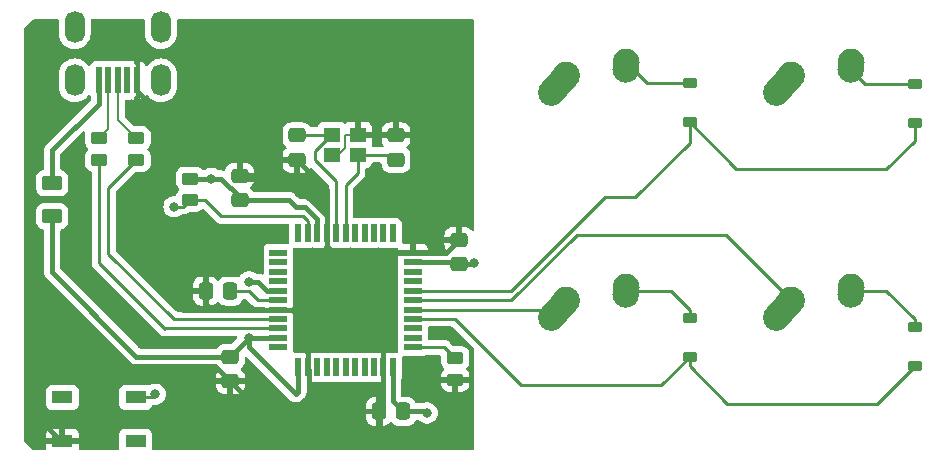
<source format=gbr>
%TF.GenerationSoftware,KiCad,Pcbnew,7.0.6*%
%TF.CreationDate,2023-07-07T23:43:39+02:00*%
%TF.ProjectId,ai03-pcb-guide,61693033-2d70-4636-922d-67756964652e,rev?*%
%TF.SameCoordinates,Original*%
%TF.FileFunction,Copper,L2,Bot*%
%TF.FilePolarity,Positive*%
%FSLAX46Y46*%
G04 Gerber Fmt 4.6, Leading zero omitted, Abs format (unit mm)*
G04 Created by KiCad (PCBNEW 7.0.6) date 2023-07-07 23:43:39*
%MOMM*%
%LPD*%
G01*
G04 APERTURE LIST*
G04 Aperture macros list*
%AMRoundRect*
0 Rectangle with rounded corners*
0 $1 Rounding radius*
0 $2 $3 $4 $5 $6 $7 $8 $9 X,Y pos of 4 corners*
0 Add a 4 corners polygon primitive as box body*
4,1,4,$2,$3,$4,$5,$6,$7,$8,$9,$2,$3,0*
0 Add four circle primitives for the rounded corners*
1,1,$1+$1,$2,$3*
1,1,$1+$1,$4,$5*
1,1,$1+$1,$6,$7*
1,1,$1+$1,$8,$9*
0 Add four rect primitives between the rounded corners*
20,1,$1+$1,$2,$3,$4,$5,0*
20,1,$1+$1,$4,$5,$6,$7,0*
20,1,$1+$1,$6,$7,$8,$9,0*
20,1,$1+$1,$8,$9,$2,$3,0*%
%AMHorizOval*
0 Thick line with rounded ends*
0 $1 width*
0 $2 $3 position (X,Y) of the first rounded end (center of the circle)*
0 $4 $5 position (X,Y) of the second rounded end (center of the circle)*
0 Add line between two ends*
20,1,$1,$2,$3,$4,$5,0*
0 Add two circle primitives to create the rounded ends*
1,1,$1,$2,$3*
1,1,$1,$4,$5*%
G04 Aperture macros list end*
%TA.AperFunction,ComponentPad*%
%ADD10HorizOval,2.250000X0.655001X0.730000X-0.655001X-0.730000X0*%
%TD*%
%TA.AperFunction,ComponentPad*%
%ADD11C,2.250000*%
%TD*%
%TA.AperFunction,ComponentPad*%
%ADD12HorizOval,2.250000X0.020000X0.290000X-0.020000X-0.290000X0*%
%TD*%
%TA.AperFunction,SMDPad,CuDef*%
%ADD13RoundRect,0.250000X0.475000X-0.337500X0.475000X0.337500X-0.475000X0.337500X-0.475000X-0.337500X0*%
%TD*%
%TA.AperFunction,SMDPad,CuDef*%
%ADD14RoundRect,0.250000X-0.475000X0.337500X-0.475000X-0.337500X0.475000X-0.337500X0.475000X0.337500X0*%
%TD*%
%TA.AperFunction,SMDPad,CuDef*%
%ADD15R,0.500000X2.250000*%
%TD*%
%TA.AperFunction,ComponentPad*%
%ADD16O,1.700000X2.700000*%
%TD*%
%TA.AperFunction,SMDPad,CuDef*%
%ADD17RoundRect,0.225000X0.375000X-0.225000X0.375000X0.225000X-0.375000X0.225000X-0.375000X-0.225000X0*%
%TD*%
%TA.AperFunction,SMDPad,CuDef*%
%ADD18RoundRect,0.250000X-0.450000X0.262500X-0.450000X-0.262500X0.450000X-0.262500X0.450000X0.262500X0*%
%TD*%
%TA.AperFunction,SMDPad,CuDef*%
%ADD19RoundRect,0.250000X0.337500X0.475000X-0.337500X0.475000X-0.337500X-0.475000X0.337500X-0.475000X0*%
%TD*%
%TA.AperFunction,SMDPad,CuDef*%
%ADD20R,1.500000X0.550000*%
%TD*%
%TA.AperFunction,SMDPad,CuDef*%
%ADD21R,0.550000X1.500000*%
%TD*%
%TA.AperFunction,SMDPad,CuDef*%
%ADD22RoundRect,0.250000X-0.625000X0.375000X-0.625000X-0.375000X0.625000X-0.375000X0.625000X0.375000X0*%
%TD*%
%TA.AperFunction,SMDPad,CuDef*%
%ADD23R,1.800000X1.100000*%
%TD*%
%TA.AperFunction,SMDPad,CuDef*%
%ADD24R,1.400000X1.200000*%
%TD*%
%TA.AperFunction,ViaPad*%
%ADD25C,0.800000*%
%TD*%
%TA.AperFunction,Conductor*%
%ADD26C,0.254000*%
%TD*%
%TA.AperFunction,Conductor*%
%ADD27C,0.381000*%
%TD*%
%TA.AperFunction,Conductor*%
%ADD28C,0.203200*%
%TD*%
%TA.AperFunction,Conductor*%
%ADD29C,0.200000*%
%TD*%
G04 APERTURE END LIST*
D10*
%TO.P,MX2,1,COL*%
%TO.N,COL1*%
X160357501Y-101505000D03*
D11*
X161012500Y-100775000D03*
D12*
%TO.P,MX2,2,ROW*%
%TO.N,Net-(D2-A)*%
X166032500Y-99985000D03*
D11*
X166052500Y-99695000D03*
%TD*%
D10*
%TO.P,MX4,1,COL*%
%TO.N,COL1*%
X160357501Y-120555000D03*
D11*
X161012500Y-119825000D03*
D12*
%TO.P,MX4,2,ROW*%
%TO.N,Net-(D4-A)*%
X166032500Y-119035000D03*
D11*
X166052500Y-118745000D03*
%TD*%
D10*
%TO.P,MX3,1,COL*%
%TO.N,COL0*%
X141307501Y-120555000D03*
D11*
X141962500Y-119825000D03*
D12*
%TO.P,MX3,2,ROW*%
%TO.N,Net-(D3-A)*%
X146982500Y-119035000D03*
D11*
X147002500Y-118745000D03*
%TD*%
D10*
%TO.P,MX1,1,COL*%
%TO.N,COL0*%
X141307501Y-101505000D03*
D11*
X141962500Y-100775000D03*
D12*
%TO.P,MX1,2,ROW*%
%TO.N,Net-(D1-A)*%
X146982500Y-99985000D03*
D11*
X147002500Y-99695000D03*
%TD*%
D13*
%TO.P,C2,1*%
%TO.N,+5V*%
X114300000Y-111368750D03*
%TO.P,C2,2*%
%TO.N,GND*%
X114300000Y-109293750D03*
%TD*%
D14*
%TO.P,C6,1*%
%TO.N,GND*%
X127538750Y-105875000D03*
%TO.P,C6,2*%
%TO.N,Net-(U1-XTAL1)*%
X127538750Y-107950000D03*
%TD*%
D13*
%TO.P,C7,1*%
%TO.N,GND*%
X119156750Y-107950000D03*
%TO.P,C7,2*%
%TO.N,Net-(U1-XTAL2)*%
X119156750Y-105875000D03*
%TD*%
D14*
%TO.P,C5,1*%
%TO.N,+5V*%
X113506250Y-124618750D03*
%TO.P,C5,2*%
%TO.N,GND*%
X113506250Y-126693750D03*
%TD*%
D15*
%TO.P,USB1,1,GND*%
%TO.N,GND*%
X105581250Y-101218750D03*
%TO.P,USB1,2,ID*%
%TO.N,unconnected-(USB1-ID-Pad2)*%
X104781250Y-101218750D03*
%TO.P,USB1,3,D+*%
%TO.N,D +*%
X103981250Y-101218750D03*
%TO.P,USB1,4,D-*%
%TO.N,D -*%
X103181250Y-101218750D03*
%TO.P,USB1,5,VBUS*%
%TO.N,VCC*%
X102381250Y-101218750D03*
D16*
%TO.P,USB1,6,SHIELD*%
%TO.N,unconnected-(USB1-SHIELD-Pad6)*%
X107631250Y-96718750D03*
X100331250Y-96718750D03*
X107631250Y-101218750D03*
X100331250Y-101218750D03*
%TD*%
D17*
%TO.P,D4,1,K*%
%TO.N,ROW1*%
X171450000Y-125412500D03*
%TO.P,D4,2,A*%
%TO.N,Net-(D4-A)*%
X171450000Y-122112500D03*
%TD*%
D13*
%TO.P,C3,1*%
%TO.N,+5V*%
X132862500Y-116800000D03*
%TO.P,C3,2*%
%TO.N,GND*%
X132862500Y-114725000D03*
%TD*%
D17*
%TO.P,D1,1,K*%
%TO.N,ROW0*%
X152400000Y-104775000D03*
%TO.P,D1,2,A*%
%TO.N,Net-(D1-A)*%
X152400000Y-101475000D03*
%TD*%
D18*
%TO.P,R2,1*%
%TO.N,D +*%
X105568750Y-106125000D03*
%TO.P,R2,2*%
%TO.N,Net-(U1-D+)*%
X105568750Y-107950000D03*
%TD*%
D19*
%TO.P,C1,1*%
%TO.N,Net-(U1-UCAP)*%
X113506250Y-119062500D03*
%TO.P,C1,2*%
%TO.N,GND*%
X111431250Y-119062500D03*
%TD*%
D18*
%TO.P,R4,1*%
%TO.N,+5V*%
X110093750Y-109537500D03*
%TO.P,R4,2*%
%TO.N,Net-(U1-~{RESET})*%
X110093750Y-111362500D03*
%TD*%
D17*
%TO.P,D2,1,K*%
%TO.N,ROW0*%
X171450000Y-104837500D03*
%TO.P,D2,2,A*%
%TO.N,Net-(D2-A)*%
X171450000Y-101537500D03*
%TD*%
D20*
%TO.P,U1,1,PE6*%
%TO.N,unconnected-(U1-PE6-Pad1)*%
X117574000Y-123823250D03*
%TO.P,U1,2,UVCC*%
%TO.N,+5V*%
X117574000Y-123023250D03*
%TO.P,U1,3,D-*%
%TO.N,Net-(U1-D-)*%
X117574000Y-122223250D03*
%TO.P,U1,4,D+*%
%TO.N,Net-(U1-D+)*%
X117574000Y-121423250D03*
%TO.P,U1,5,UGND*%
%TO.N,GND*%
X117574000Y-120623250D03*
%TO.P,U1,6,UCAP*%
%TO.N,Net-(U1-UCAP)*%
X117574000Y-119823250D03*
%TO.P,U1,7,VBUS*%
%TO.N,+5V*%
X117574000Y-119023250D03*
%TO.P,U1,8,PB0*%
%TO.N,unconnected-(U1-PB0-Pad8)*%
X117574000Y-118223250D03*
%TO.P,U1,9,PB1*%
%TO.N,unconnected-(U1-PB1-Pad9)*%
X117574000Y-117423250D03*
%TO.P,U1,10,PB2*%
%TO.N,unconnected-(U1-PB2-Pad10)*%
X117574000Y-116623250D03*
%TO.P,U1,11,PB3*%
%TO.N,unconnected-(U1-PB3-Pad11)*%
X117574000Y-115823250D03*
D21*
%TO.P,U1,12,PB7*%
%TO.N,unconnected-(U1-PB7-Pad12)*%
X119274000Y-114123250D03*
%TO.P,U1,13,~{RESET}*%
%TO.N,Net-(U1-~{RESET})*%
X120074000Y-114123250D03*
%TO.P,U1,14,VCC*%
%TO.N,+5V*%
X120874000Y-114123250D03*
%TO.P,U1,15,GND*%
%TO.N,GND*%
X121674000Y-114123250D03*
%TO.P,U1,16,XTAL2*%
%TO.N,Net-(U1-XTAL2)*%
X122474000Y-114123250D03*
%TO.P,U1,17,XTAL1*%
%TO.N,Net-(U1-XTAL1)*%
X123274000Y-114123250D03*
%TO.P,U1,18,PD0*%
%TO.N,unconnected-(U1-PD0-Pad18)*%
X124074000Y-114123250D03*
%TO.P,U1,19,PD1*%
%TO.N,unconnected-(U1-PD1-Pad19)*%
X124874000Y-114123250D03*
%TO.P,U1,20,PD2*%
%TO.N,unconnected-(U1-PD2-Pad20)*%
X125674000Y-114123250D03*
%TO.P,U1,21,PD3*%
%TO.N,unconnected-(U1-PD3-Pad21)*%
X126474000Y-114123250D03*
%TO.P,U1,22,PD5*%
%TO.N,unconnected-(U1-PD5-Pad22)*%
X127274000Y-114123250D03*
D20*
%TO.P,U1,23,GND*%
%TO.N,GND*%
X128974000Y-115823250D03*
%TO.P,U1,24,AVCC*%
%TO.N,+5V*%
X128974000Y-116623250D03*
%TO.P,U1,25,PD4*%
%TO.N,unconnected-(U1-PD4-Pad25)*%
X128974000Y-117423250D03*
%TO.P,U1,26,PD6*%
%TO.N,unconnected-(U1-PD6-Pad26)*%
X128974000Y-118223250D03*
%TO.P,U1,27,PD7*%
%TO.N,ROW0*%
X128974000Y-119023250D03*
%TO.P,U1,28,PB4*%
%TO.N,COL1*%
X128974000Y-119823250D03*
%TO.P,U1,29,PB5*%
%TO.N,COL0*%
X128974000Y-120623250D03*
%TO.P,U1,30,PB6*%
%TO.N,ROW1*%
X128974000Y-121423250D03*
%TO.P,U1,31,PC6*%
%TO.N,unconnected-(U1-PC6-Pad31)*%
X128974000Y-122223250D03*
%TO.P,U1,32,PC7*%
%TO.N,unconnected-(U1-PC7-Pad32)*%
X128974000Y-123023250D03*
%TO.P,U1,33,~{HWB}/PE2*%
%TO.N,Net-(U1-~{HWB}{slash}PE2)*%
X128974000Y-123823250D03*
D21*
%TO.P,U1,34,VCC*%
%TO.N,+5V*%
X127274000Y-125523250D03*
%TO.P,U1,35,GND*%
%TO.N,GND*%
X126474000Y-125523250D03*
%TO.P,U1,36,PF7*%
%TO.N,unconnected-(U1-PF7-Pad36)*%
X125674000Y-125523250D03*
%TO.P,U1,37,PF6*%
%TO.N,unconnected-(U1-PF6-Pad37)*%
X124874000Y-125523250D03*
%TO.P,U1,38,PF5*%
%TO.N,unconnected-(U1-PF5-Pad38)*%
X124074000Y-125523250D03*
%TO.P,U1,39,PF4*%
%TO.N,unconnected-(U1-PF4-Pad39)*%
X123274000Y-125523250D03*
%TO.P,U1,40,PF1*%
%TO.N,unconnected-(U1-PF1-Pad40)*%
X122474000Y-125523250D03*
%TO.P,U1,41,PF0*%
%TO.N,unconnected-(U1-PF0-Pad41)*%
X121674000Y-125523250D03*
%TO.P,U1,42,AREF*%
%TO.N,unconnected-(U1-AREF-Pad42)*%
X120874000Y-125523250D03*
%TO.P,U1,43,GND*%
%TO.N,GND*%
X120074000Y-125523250D03*
%TO.P,U1,44,AVCC*%
%TO.N,+5V*%
X119274000Y-125523250D03*
%TD*%
D22*
%TO.P,F1,1*%
%TO.N,VCC*%
X98425000Y-109912500D03*
%TO.P,F1,2*%
%TO.N,+5V*%
X98425000Y-112712500D03*
%TD*%
D18*
%TO.P,R3,1*%
%TO.N,D -*%
X102393750Y-106125000D03*
%TO.P,R3,2*%
%TO.N,Net-(U1-D-)*%
X102393750Y-107950000D03*
%TD*%
%TO.P,R1,1*%
%TO.N,Net-(U1-~{HWB}{slash}PE2)*%
X132556250Y-124737500D03*
%TO.P,R1,2*%
%TO.N,GND*%
X132556250Y-126562500D03*
%TD*%
D17*
%TO.P,D3,1,K*%
%TO.N,ROW1*%
X152400000Y-124618750D03*
%TO.P,D3,2,A*%
%TO.N,Net-(D3-A)*%
X152400000Y-121318750D03*
%TD*%
D19*
%TO.P,C4,1*%
%TO.N,+5V*%
X128143000Y-129254250D03*
%TO.P,C4,2*%
%TO.N,GND*%
X126068000Y-129254250D03*
%TD*%
D23*
%TO.P,SW1,1,1*%
%TO.N,GND*%
X99293750Y-131762500D03*
%TO.P,SW1,2,2*%
%TO.N,Net-(U1-~{RESET})*%
X105493750Y-128062500D03*
%TO.P,SW1,3*%
%TO.N,N/C*%
X99293750Y-128062500D03*
%TO.P,SW1,4*%
X105493750Y-131762500D03*
%TD*%
D24*
%TO.P,Y1,1,1*%
%TO.N,Net-(U1-XTAL1)*%
X124320750Y-107530000D03*
%TO.P,Y1,2,2*%
%TO.N,GND*%
X122120750Y-107530000D03*
%TO.P,Y1,3,3*%
%TO.N,Net-(U1-XTAL2)*%
X122120750Y-105830000D03*
%TO.P,Y1,4,4*%
%TO.N,GND*%
X124320750Y-105830000D03*
%TD*%
D25*
%TO.N,+5V*%
X115093750Y-118268750D03*
X111918750Y-109537500D03*
X115093750Y-123031250D03*
X134143750Y-116681250D03*
X130175000Y-129381250D03*
%TO.N,Net-(U1-~{RESET})*%
X108743750Y-111918750D03*
X107156250Y-127793750D03*
%TD*%
D26*
%TO.N,Net-(U1-UCAP)*%
X113506250Y-119062500D02*
X115093750Y-119062500D01*
X115093750Y-119062500D02*
X115854500Y-119823250D01*
X115854500Y-119823250D02*
X117574000Y-119823250D01*
D27*
%TO.N,GND*%
X119967000Y-125523250D02*
X120208500Y-125764750D01*
X116681250Y-103981250D02*
X116681250Y-107156250D01*
X126206250Y-131762500D02*
X126206250Y-129392500D01*
X118499000Y-109537500D02*
X121674000Y-112712500D01*
X107156250Y-103668750D02*
X107156250Y-118268750D01*
X127538750Y-105875000D02*
X124365750Y-105875000D01*
X116681250Y-107156250D02*
X117475000Y-107950000D01*
X125961000Y-121992250D02*
X125412500Y-121992250D01*
X96837500Y-129381250D02*
X96837500Y-126206250D01*
X105581250Y-101218750D02*
X105581250Y-102093750D01*
X97631250Y-125412500D02*
X112225000Y-125412500D01*
X121674000Y-114123250D02*
X121674000Y-112712500D01*
X120208500Y-125764750D02*
X120208500Y-128235250D01*
X132556250Y-126562500D02*
X132556250Y-130175000D01*
X111918750Y-120623250D02*
X117574000Y-120623250D01*
D28*
X123211250Y-106976250D02*
X122657500Y-107530000D01*
D27*
X99293750Y-131762500D02*
X99218750Y-131762500D01*
X124365750Y-105875000D02*
X124320750Y-105830000D01*
X126270500Y-115823250D02*
X128974000Y-115823250D01*
X126474000Y-122505250D02*
X125961000Y-121992250D01*
X119856250Y-128587500D02*
X115400000Y-128587500D01*
X121674000Y-115254250D02*
X123101000Y-116681250D01*
X112225000Y-125412500D02*
X113506250Y-126693750D01*
X114300000Y-109293750D02*
X114850000Y-109293750D01*
X96837500Y-126206250D02*
X97631250Y-125412500D01*
X107156250Y-118268750D02*
X109537500Y-120650000D01*
X111431250Y-119062500D02*
X111431250Y-120135750D01*
X125412500Y-116681250D02*
X126270500Y-115823250D01*
X131764250Y-115823250D02*
X128974000Y-115823250D01*
X115093750Y-109537500D02*
X118499000Y-109537500D01*
X126474000Y-125523250D02*
X126474000Y-122505250D01*
X118705000Y-120623250D02*
X117574000Y-120623250D01*
X126068000Y-129254250D02*
X126474000Y-128848250D01*
X125412500Y-121992250D02*
X120074000Y-121992250D01*
X120208500Y-128235250D02*
X119856250Y-128587500D01*
X121674000Y-114123250D02*
X121674000Y-115254250D01*
X120074000Y-125523250D02*
X119967000Y-125523250D01*
X111431250Y-120135750D02*
X111918750Y-120623250D01*
X121674000Y-110467250D02*
X119156750Y-107950000D01*
X124320750Y-104477000D02*
X123825000Y-103981250D01*
X114850000Y-109293750D02*
X115093750Y-109537500D01*
X99218750Y-131762500D02*
X96837500Y-129381250D01*
X109537500Y-120650000D02*
X109564250Y-120623250D01*
X130968750Y-131762500D02*
X126206250Y-131762500D01*
X132556250Y-130175000D02*
X130968750Y-131762500D01*
X120074000Y-121992250D02*
X118705000Y-120623250D01*
X124320750Y-105830000D02*
X124320750Y-104477000D01*
X123825000Y-103981250D02*
X116681250Y-103981250D01*
D28*
X123211250Y-105858500D02*
X123211250Y-106976250D01*
D27*
X132862500Y-114725000D02*
X131764250Y-115823250D01*
X126474000Y-128848250D02*
X126474000Y-125523250D01*
D28*
X124320750Y-105830000D02*
X123239750Y-105830000D01*
X123239750Y-105830000D02*
X123211250Y-105858500D01*
D27*
X115400000Y-128587500D02*
X113506250Y-126693750D01*
X109564250Y-120623250D02*
X111918750Y-120623250D01*
X126206250Y-129392500D02*
X126068000Y-129254250D01*
D28*
X122657500Y-107530000D02*
X122120750Y-107530000D01*
D27*
X120074000Y-125523250D02*
X120074000Y-121992250D01*
X117475000Y-107950000D02*
X119156750Y-107950000D01*
X125412500Y-121992250D02*
X125412500Y-116681250D01*
X121674000Y-112712500D02*
X121674000Y-110467250D01*
X123101000Y-116681250D02*
X125412500Y-116681250D01*
X105581250Y-102093750D02*
X107156250Y-103668750D01*
%TO.N,+5V*%
X127274000Y-128385250D02*
X128143000Y-129254250D01*
X98425000Y-117475000D02*
X105568750Y-124618750D01*
X119274000Y-127582250D02*
X119062500Y-127793750D01*
X115093750Y-123825000D02*
X115093750Y-123031250D01*
X119062500Y-127793750D02*
X115093750Y-123825000D01*
X98425000Y-112712500D02*
X98425000Y-117475000D01*
X118512500Y-111368750D02*
X114300000Y-111368750D01*
X115101750Y-123023250D02*
X117574000Y-123023250D01*
X115101750Y-123023250D02*
X115093750Y-123031250D01*
X130048000Y-129254250D02*
X130175000Y-129381250D01*
X127274000Y-125523250D02*
X127274000Y-128385250D01*
X112712500Y-109537500D02*
X111918750Y-109537500D01*
X114300000Y-111368750D02*
X114300000Y-111125000D01*
X116580106Y-119023250D02*
X115825606Y-118268750D01*
X114300000Y-111125000D02*
X112712500Y-109537500D01*
X128143000Y-129254250D02*
X130048000Y-129254250D01*
X132862500Y-116800000D02*
X132685750Y-116623250D01*
X113506250Y-124618750D02*
X115093750Y-123031250D01*
X132862500Y-116800000D02*
X134025000Y-116800000D01*
X110093750Y-109537500D02*
X111918750Y-109537500D01*
X105568750Y-124618750D02*
X113506250Y-124618750D01*
X115825606Y-118268750D02*
X115093750Y-118268750D01*
X119062500Y-111918750D02*
X118512500Y-111368750D01*
X119800500Y-111918750D02*
X119062500Y-111918750D01*
X134025000Y-116800000D02*
X134143750Y-116681250D01*
X120874000Y-112992250D02*
X119800500Y-111918750D01*
X120874000Y-114123250D02*
X120874000Y-112992250D01*
X119274000Y-125523250D02*
X119274000Y-127582250D01*
X132685750Y-116623250D02*
X128974000Y-116623250D01*
X117574000Y-119023250D02*
X116580106Y-119023250D01*
D26*
%TO.N,Net-(U1-XTAL1)*%
X127538750Y-107950000D02*
X127118750Y-107530000D01*
X124320750Y-109041750D02*
X123274000Y-110088500D01*
X127118750Y-107530000D02*
X124320750Y-107530000D01*
X123274000Y-110088500D02*
X123274000Y-114123250D01*
X124320750Y-107530000D02*
X124320750Y-109041750D01*
%TO.N,Net-(U1-XTAL2)*%
X122020750Y-105830000D02*
X120650000Y-107200750D01*
X122474000Y-109774000D02*
X122474000Y-114123250D01*
X120650000Y-107200750D02*
X120650000Y-107950000D01*
X120650000Y-107950000D02*
X122474000Y-109774000D01*
X122120750Y-105830000D02*
X119201750Y-105830000D01*
X119201750Y-105830000D02*
X119156750Y-105875000D01*
X122120750Y-105830000D02*
X122020750Y-105830000D01*
%TO.N,ROW0*%
X128974000Y-119023250D02*
X137279500Y-119023250D01*
X147800000Y-111125000D02*
X152400000Y-106525000D01*
X156368750Y-108743750D02*
X169068750Y-108743750D01*
X145256250Y-111125000D02*
X147800000Y-111125000D01*
X171450000Y-106362500D02*
X171450000Y-104837500D01*
X169068750Y-108743750D02*
X171450000Y-106362500D01*
X152400000Y-106525000D02*
X152400000Y-104775000D01*
X137318750Y-119062500D02*
X145256250Y-111125000D01*
X152400000Y-104775000D02*
X156368750Y-108743750D01*
X137279500Y-119023250D02*
X137318750Y-119062500D01*
%TO.N,Net-(D1-A)*%
X148782500Y-101475000D02*
X147002500Y-99695000D01*
X152400000Y-101475000D02*
X148782500Y-101475000D01*
%TO.N,Net-(D2-A)*%
X171450000Y-101537500D02*
X167275000Y-101537500D01*
X167275000Y-101537500D02*
X166012500Y-100275000D01*
%TO.N,ROW1*%
X138112500Y-127000000D02*
X150018750Y-127000000D01*
X168275000Y-128587500D02*
X171387500Y-125475000D01*
X152400000Y-124618750D02*
X152400000Y-125412500D01*
X171387500Y-125475000D02*
X171450000Y-125475000D01*
X155575000Y-128587500D02*
X168275000Y-128587500D01*
X150018750Y-127000000D02*
X152400000Y-124618750D01*
X128974000Y-121423250D02*
X132535750Y-121423250D01*
X132535750Y-121423250D02*
X138112500Y-127000000D01*
X152400000Y-125412500D02*
X155575000Y-128587500D01*
%TO.N,Net-(D3-A)*%
X152400000Y-120650000D02*
X152400000Y-121030000D01*
X147257500Y-119062500D02*
X150812500Y-119062500D01*
X147002500Y-118745000D02*
X147002500Y-118807500D01*
X150812500Y-119062500D02*
X152400000Y-120650000D01*
X147002500Y-118807500D02*
X147257500Y-119062500D01*
%TO.N,Net-(D4-A)*%
X169068750Y-119062500D02*
X171450000Y-121443750D01*
X166370000Y-119062500D02*
X169068750Y-119062500D01*
X166052500Y-118745000D02*
X166370000Y-119062500D01*
X171450000Y-121443750D02*
X171450000Y-122237500D01*
D27*
%TO.N,VCC*%
X102393750Y-103187500D02*
X98425000Y-107156250D01*
X102381250Y-103175000D02*
X102393750Y-103187500D01*
X102381250Y-101218750D02*
X102381250Y-103175000D01*
X98425000Y-107156250D02*
X98425000Y-109912500D01*
D26*
%TO.N,COL0*%
X139990750Y-120623250D02*
X140652500Y-121285000D01*
X128974000Y-120623250D02*
X139990750Y-120623250D01*
%TO.N,COL1*%
X142875000Y-114300000D02*
X155487500Y-114300000D01*
X155487500Y-114300000D02*
X161012500Y-119825000D01*
X128974000Y-119823250D02*
X129007000Y-119856250D01*
X137318750Y-119856250D02*
X142875000Y-114300000D01*
X129007000Y-119856250D02*
X137318750Y-119856250D01*
%TO.N,Net-(U1-~{HWB}{slash}PE2)*%
X132556250Y-124737500D02*
X131642000Y-123823250D01*
X131642000Y-123823250D02*
X128974000Y-123823250D01*
D29*
%TO.N,D +*%
X103981250Y-101218750D02*
X103981250Y-104537500D01*
X103981250Y-104537500D02*
X105568750Y-106125000D01*
D26*
%TO.N,Net-(U1-D+)*%
X108743750Y-121443750D02*
X108764250Y-121423250D01*
X103187500Y-115887500D02*
X108743750Y-121443750D01*
X108764250Y-121423250D02*
X117574000Y-121423250D01*
X103187500Y-110331250D02*
X103187500Y-115887500D01*
X105568750Y-107950000D02*
X103187500Y-110331250D01*
D29*
%TO.N,D -*%
X103181250Y-101218750D02*
X103181250Y-105337500D01*
X103181250Y-105337500D02*
X102393750Y-106125000D01*
D26*
%TO.N,Net-(U1-D-)*%
X107950000Y-122237500D02*
X107964250Y-122223250D01*
X102393750Y-116681250D02*
X107950000Y-122237500D01*
X102393750Y-107950000D02*
X102393750Y-116681250D01*
X107964250Y-122223250D02*
X117574000Y-122223250D01*
%TO.N,Net-(U1-~{RESET})*%
X119667250Y-112712500D02*
X112712500Y-112712500D01*
X111362500Y-111362500D02*
X110093750Y-111362500D01*
X108743750Y-111918750D02*
X109537500Y-111918750D01*
X109537500Y-111918750D02*
X110093750Y-111362500D01*
X120074000Y-113119250D02*
X119667250Y-112712500D01*
X105493750Y-128062500D02*
X106887500Y-128062500D01*
X106887500Y-128062500D02*
X107156250Y-127793750D01*
X120074000Y-114123250D02*
X120074000Y-113119250D01*
X112712500Y-112712500D02*
X111362500Y-111362500D01*
%TD*%
%TA.AperFunction,Conductor*%
%TO.N,GND*%
G36*
X98923789Y-96063435D02*
G01*
X98969544Y-96116239D01*
X98980750Y-96167750D01*
X98980750Y-97277716D01*
X98996186Y-97454153D01*
X98996188Y-97454163D01*
X99057344Y-97682405D01*
X99057346Y-97682409D01*
X99057347Y-97682413D01*
X99107281Y-97789496D01*
X99157214Y-97896578D01*
X99157215Y-97896580D01*
X99292755Y-98090152D01*
X99459846Y-98257242D01*
X99459849Y-98257245D01*
X99556634Y-98325015D01*
X99653415Y-98392782D01*
X99653417Y-98392783D01*
X99653420Y-98392785D01*
X99867587Y-98492653D01*
X100095842Y-98553813D01*
X100284168Y-98570289D01*
X100331249Y-98574409D01*
X100331250Y-98574409D01*
X100331251Y-98574409D01*
X100370484Y-98570976D01*
X100566658Y-98553813D01*
X100794913Y-98492653D01*
X101009079Y-98392785D01*
X101202651Y-98257245D01*
X101369745Y-98090151D01*
X101505285Y-97896579D01*
X101605153Y-97682413D01*
X101666313Y-97454158D01*
X101681750Y-97277716D01*
X101681750Y-96167750D01*
X101701435Y-96100711D01*
X101754239Y-96054956D01*
X101805750Y-96043750D01*
X106156750Y-96043750D01*
X106223789Y-96063435D01*
X106269544Y-96116239D01*
X106280750Y-96167750D01*
X106280750Y-97277716D01*
X106296186Y-97454153D01*
X106296188Y-97454163D01*
X106357344Y-97682405D01*
X106357346Y-97682409D01*
X106357347Y-97682413D01*
X106407281Y-97789496D01*
X106457214Y-97896578D01*
X106457215Y-97896580D01*
X106592755Y-98090152D01*
X106759847Y-98257243D01*
X106759849Y-98257245D01*
X106856634Y-98325015D01*
X106953415Y-98392782D01*
X106953417Y-98392783D01*
X106953420Y-98392785D01*
X107167587Y-98492653D01*
X107395842Y-98553813D01*
X107584168Y-98570289D01*
X107631249Y-98574409D01*
X107631250Y-98574409D01*
X107631251Y-98574409D01*
X107670484Y-98570976D01*
X107866658Y-98553813D01*
X108094913Y-98492653D01*
X108309079Y-98392785D01*
X108502651Y-98257245D01*
X108669745Y-98090151D01*
X108805285Y-97896579D01*
X108905153Y-97682413D01*
X108966313Y-97454158D01*
X108981750Y-97277716D01*
X108981749Y-96167750D01*
X109001435Y-96100711D01*
X109054239Y-96054956D01*
X109105750Y-96043750D01*
X134019750Y-96043750D01*
X134086789Y-96063435D01*
X134132544Y-96116239D01*
X134143750Y-96167750D01*
X134143749Y-113833727D01*
X134124064Y-113900766D01*
X134071260Y-113946521D01*
X134002102Y-113956465D01*
X133938546Y-113927440D01*
X133932067Y-113921408D01*
X133805842Y-113795182D01*
X133656624Y-113703143D01*
X133656619Y-113703141D01*
X133490197Y-113647994D01*
X133490190Y-113647993D01*
X133387486Y-113637500D01*
X133112500Y-113637500D01*
X133112500Y-114851000D01*
X133092815Y-114918039D01*
X133040011Y-114963794D01*
X132988500Y-114975000D01*
X131637501Y-114975000D01*
X131637501Y-115112486D01*
X131647994Y-115215197D01*
X131703141Y-115381619D01*
X131703143Y-115381624D01*
X131795184Y-115530845D01*
X131919155Y-115654816D01*
X131919159Y-115654819D01*
X131922156Y-115656668D01*
X131923779Y-115658472D01*
X131924823Y-115659298D01*
X131924681Y-115659476D01*
X131968881Y-115708616D01*
X131980102Y-115777579D01*
X131952259Y-115841661D01*
X131922161Y-115867741D01*
X131918849Y-115869783D01*
X131918843Y-115869788D01*
X131892701Y-115895931D01*
X131831378Y-115929416D01*
X131805020Y-115932250D01*
X130044734Y-115932250D01*
X129977695Y-115912565D01*
X129970425Y-115907518D01*
X129966334Y-115904455D01*
X129966328Y-115904452D01*
X129831482Y-115854158D01*
X129831483Y-115854158D01*
X129771883Y-115847751D01*
X129771881Y-115847750D01*
X129771873Y-115847750D01*
X129771864Y-115847750D01*
X128176129Y-115847750D01*
X128176123Y-115847751D01*
X128116516Y-115854158D01*
X127981671Y-115904452D01*
X127981664Y-115904456D01*
X127866456Y-115990702D01*
X127866455Y-115990703D01*
X127866454Y-115990704D01*
X127841856Y-116023562D01*
X127785924Y-116065432D01*
X127742591Y-116073250D01*
X127724000Y-116073250D01*
X127724000Y-116146094D01*
X127730619Y-116207648D01*
X127730620Y-116234159D01*
X127729909Y-116240764D01*
X127729909Y-116240767D01*
X127723500Y-116300377D01*
X127723500Y-116300383D01*
X127723500Y-116300385D01*
X127723500Y-116946120D01*
X127723501Y-116946129D01*
X127730367Y-117010001D01*
X127730367Y-117036507D01*
X127729909Y-117040766D01*
X127729909Y-117040767D01*
X127723500Y-117100377D01*
X127723500Y-117100379D01*
X127723500Y-117100383D01*
X127723500Y-117746120D01*
X127723501Y-117746129D01*
X127730367Y-117810001D01*
X127730367Y-117836507D01*
X127729909Y-117840766D01*
X127729909Y-117840767D01*
X127723500Y-117900377D01*
X127723500Y-117900379D01*
X127723500Y-117900383D01*
X127723500Y-118546120D01*
X127723501Y-118546129D01*
X127730367Y-118610001D01*
X127730367Y-118636507D01*
X127729909Y-118640766D01*
X127729909Y-118640767D01*
X127723500Y-118700377D01*
X127723500Y-118700379D01*
X127723500Y-118700383D01*
X127723500Y-119346120D01*
X127723501Y-119346129D01*
X127730367Y-119410001D01*
X127730367Y-119436507D01*
X127729909Y-119440766D01*
X127729909Y-119440767D01*
X127723500Y-119500377D01*
X127723500Y-119500379D01*
X127723500Y-119500383D01*
X127723500Y-120146120D01*
X127723501Y-120146129D01*
X127730367Y-120210001D01*
X127730367Y-120236507D01*
X127729909Y-120240766D01*
X127729909Y-120240767D01*
X127723500Y-120300377D01*
X127723500Y-120300382D01*
X127723500Y-120300383D01*
X127723500Y-120946120D01*
X127723501Y-120946129D01*
X127730367Y-121010001D01*
X127730367Y-121036507D01*
X127729909Y-121040766D01*
X127729909Y-121040767D01*
X127723500Y-121100377D01*
X127723500Y-121100379D01*
X127723500Y-121100383D01*
X127723500Y-121746120D01*
X127723501Y-121746129D01*
X127730367Y-121810001D01*
X127730367Y-121836507D01*
X127729909Y-121840766D01*
X127729909Y-121840767D01*
X127723500Y-121900377D01*
X127723500Y-121900379D01*
X127723500Y-121900383D01*
X127723500Y-122546120D01*
X127723501Y-122546129D01*
X127730367Y-122610001D01*
X127730367Y-122636507D01*
X127729909Y-122640766D01*
X127729909Y-122640767D01*
X127723500Y-122700377D01*
X127723500Y-122700379D01*
X127723500Y-122700383D01*
X127723500Y-123346120D01*
X127723501Y-123346129D01*
X127730367Y-123410001D01*
X127730367Y-123436507D01*
X127729909Y-123440766D01*
X127729909Y-123440767D01*
X127723500Y-123500377D01*
X127723500Y-123500379D01*
X127723500Y-123500383D01*
X127723500Y-124148750D01*
X127703815Y-124215789D01*
X127651011Y-124261544D01*
X127599500Y-124272750D01*
X126951129Y-124272750D01*
X126951125Y-124272751D01*
X126903160Y-124277907D01*
X126891517Y-124279159D01*
X126891516Y-124279159D01*
X126884904Y-124279870D01*
X126858393Y-124279869D01*
X126796842Y-124273250D01*
X126724000Y-124273250D01*
X126724000Y-124291840D01*
X126704315Y-124358879D01*
X126674313Y-124391106D01*
X126641451Y-124415706D01*
X126573266Y-124506790D01*
X126517332Y-124548661D01*
X126447641Y-124553645D01*
X126386318Y-124520159D01*
X126374734Y-124506790D01*
X126306548Y-124415706D01*
X126306546Y-124415705D01*
X126306546Y-124415704D01*
X126273686Y-124391105D01*
X126231817Y-124335171D01*
X126224000Y-124291840D01*
X126224000Y-124273250D01*
X126151166Y-124273250D01*
X126089595Y-124279869D01*
X126063088Y-124279869D01*
X126053818Y-124278872D01*
X125996873Y-124272750D01*
X125996865Y-124272750D01*
X125351129Y-124272750D01*
X125351120Y-124272751D01*
X125287248Y-124279617D01*
X125260742Y-124279617D01*
X125256483Y-124279159D01*
X125196873Y-124272750D01*
X125196864Y-124272750D01*
X124551129Y-124272750D01*
X124551120Y-124272751D01*
X124487248Y-124279617D01*
X124460742Y-124279617D01*
X124456483Y-124279159D01*
X124396873Y-124272750D01*
X124396864Y-124272750D01*
X123751129Y-124272750D01*
X123751120Y-124272751D01*
X123687248Y-124279617D01*
X123660742Y-124279617D01*
X123656483Y-124279159D01*
X123596873Y-124272750D01*
X123596864Y-124272750D01*
X122951129Y-124272750D01*
X122951120Y-124272751D01*
X122887248Y-124279617D01*
X122860742Y-124279617D01*
X122856483Y-124279159D01*
X122796873Y-124272750D01*
X122796864Y-124272750D01*
X122151129Y-124272750D01*
X122151120Y-124272751D01*
X122087248Y-124279617D01*
X122060742Y-124279617D01*
X122056483Y-124279159D01*
X121996873Y-124272750D01*
X121996864Y-124272750D01*
X121351129Y-124272750D01*
X121351120Y-124272751D01*
X121287248Y-124279617D01*
X121260742Y-124279617D01*
X121256483Y-124279159D01*
X121196873Y-124272750D01*
X121196864Y-124272750D01*
X120551129Y-124272750D01*
X120551125Y-124272751D01*
X120503160Y-124277907D01*
X120491517Y-124279159D01*
X120491516Y-124279159D01*
X120484904Y-124279870D01*
X120458393Y-124279869D01*
X120396842Y-124273250D01*
X120324000Y-124273250D01*
X120324000Y-124291840D01*
X120304315Y-124358879D01*
X120274313Y-124391106D01*
X120241451Y-124415706D01*
X120173266Y-124506790D01*
X120117332Y-124548661D01*
X120047641Y-124553645D01*
X119986318Y-124520159D01*
X119974734Y-124506790D01*
X119906548Y-124415706D01*
X119906546Y-124415705D01*
X119906546Y-124415704D01*
X119873686Y-124391105D01*
X119831817Y-124335171D01*
X119824000Y-124291840D01*
X119824000Y-124273250D01*
X119751166Y-124273250D01*
X119689595Y-124279869D01*
X119663088Y-124279869D01*
X119651279Y-124278599D01*
X119596873Y-124272750D01*
X119596867Y-124272750D01*
X118948499Y-124272750D01*
X118881460Y-124253065D01*
X118835705Y-124200261D01*
X118824499Y-124148750D01*
X118824499Y-124146132D01*
X118824500Y-124146123D01*
X118824499Y-123500378D01*
X118818091Y-123440767D01*
X118818090Y-123440764D01*
X118817632Y-123436503D01*
X118817633Y-123409994D01*
X118821656Y-123372572D01*
X118824500Y-123346123D01*
X118824499Y-122700378D01*
X118818091Y-122640767D01*
X118818090Y-122640764D01*
X118817632Y-122636503D01*
X118817633Y-122609994D01*
X118818367Y-122603164D01*
X118824500Y-122546123D01*
X118824499Y-121900378D01*
X118818091Y-121840767D01*
X118818090Y-121840764D01*
X118817632Y-121836503D01*
X118817633Y-121809994D01*
X118818367Y-121803164D01*
X118824500Y-121746123D01*
X118824499Y-121100378D01*
X118818091Y-121040767D01*
X118818090Y-121040766D01*
X118817380Y-121034154D01*
X118817381Y-121007643D01*
X118823999Y-120946092D01*
X118824000Y-120946077D01*
X118824000Y-120873250D01*
X118805409Y-120873250D01*
X118738370Y-120853565D01*
X118706144Y-120823563D01*
X118681546Y-120790704D01*
X118590457Y-120722515D01*
X118548588Y-120666583D01*
X118543604Y-120596891D01*
X118577089Y-120535568D01*
X118590452Y-120523988D01*
X118681546Y-120455796D01*
X118706143Y-120422937D01*
X118762076Y-120381068D01*
X118805409Y-120373250D01*
X118824000Y-120373250D01*
X118824000Y-120300422D01*
X118823999Y-120300410D01*
X118817380Y-120238854D01*
X118817380Y-120212340D01*
X118818090Y-120205735D01*
X118818091Y-120205733D01*
X118824500Y-120146123D01*
X118824499Y-119500378D01*
X118818091Y-119440767D01*
X118818090Y-119440764D01*
X118817632Y-119436503D01*
X118817633Y-119409994D01*
X118818367Y-119403164D01*
X118824500Y-119346123D01*
X118824499Y-118700378D01*
X118818091Y-118640767D01*
X118818090Y-118640764D01*
X118817632Y-118636503D01*
X118817633Y-118609994D01*
X118818367Y-118603164D01*
X118824500Y-118546123D01*
X118824499Y-117900378D01*
X118818091Y-117840767D01*
X118818090Y-117840764D01*
X118817632Y-117836503D01*
X118817633Y-117809994D01*
X118819288Y-117794600D01*
X118824500Y-117746123D01*
X118824499Y-117100378D01*
X118818091Y-117040767D01*
X118818090Y-117040764D01*
X118817632Y-117036503D01*
X118817633Y-117009994D01*
X118818367Y-117003164D01*
X118824500Y-116946123D01*
X118824499Y-116300378D01*
X118818091Y-116240767D01*
X118818090Y-116240764D01*
X118817632Y-116236503D01*
X118817633Y-116209994D01*
X118818367Y-116203164D01*
X118824500Y-116146123D01*
X118824499Y-115500378D01*
X118824499Y-115500377D01*
X118824499Y-115497749D01*
X118844183Y-115430710D01*
X118896987Y-115384955D01*
X118948499Y-115373749D01*
X118951118Y-115373749D01*
X118951127Y-115373750D01*
X119596872Y-115373749D01*
X119656483Y-115367341D01*
X119656487Y-115367339D01*
X119660743Y-115366882D01*
X119687253Y-115366882D01*
X119691514Y-115367340D01*
X119691517Y-115367341D01*
X119751127Y-115373750D01*
X120396872Y-115373749D01*
X120456483Y-115367341D01*
X120456487Y-115367339D01*
X120460743Y-115366882D01*
X120487253Y-115366882D01*
X120491514Y-115367340D01*
X120491517Y-115367341D01*
X120551127Y-115373750D01*
X121196872Y-115373749D01*
X121256483Y-115367341D01*
X121256483Y-115367340D01*
X121263096Y-115366630D01*
X121289607Y-115366631D01*
X121351157Y-115373249D01*
X121351172Y-115373250D01*
X121424000Y-115373250D01*
X121424000Y-115354659D01*
X121443685Y-115287620D01*
X121473691Y-115255391D01*
X121506546Y-115230796D01*
X121574734Y-115139707D01*
X121630667Y-115097838D01*
X121700358Y-115092854D01*
X121761681Y-115126339D01*
X121773261Y-115139702D01*
X121811440Y-115190702D01*
X121841454Y-115230796D01*
X121874310Y-115255392D01*
X121916181Y-115311326D01*
X121923999Y-115354657D01*
X121923999Y-115373249D01*
X121924000Y-115373250D01*
X121996828Y-115373250D01*
X121996839Y-115373249D01*
X122058395Y-115366630D01*
X122084909Y-115366630D01*
X122091514Y-115367340D01*
X122091517Y-115367341D01*
X122151127Y-115373750D01*
X122796872Y-115373749D01*
X122856483Y-115367341D01*
X122856487Y-115367339D01*
X122860743Y-115366882D01*
X122887253Y-115366882D01*
X122891514Y-115367340D01*
X122891517Y-115367341D01*
X122951127Y-115373750D01*
X123596872Y-115373749D01*
X123656483Y-115367341D01*
X123656487Y-115367339D01*
X123660743Y-115366882D01*
X123687253Y-115366882D01*
X123691514Y-115367340D01*
X123691517Y-115367341D01*
X123751127Y-115373750D01*
X124396872Y-115373749D01*
X124456483Y-115367341D01*
X124456487Y-115367339D01*
X124460743Y-115366882D01*
X124487253Y-115366882D01*
X124491514Y-115367340D01*
X124491517Y-115367341D01*
X124551127Y-115373750D01*
X125196872Y-115373749D01*
X125256483Y-115367341D01*
X125256487Y-115367339D01*
X125260743Y-115366882D01*
X125287253Y-115366882D01*
X125291514Y-115367340D01*
X125291517Y-115367341D01*
X125351127Y-115373750D01*
X125996872Y-115373749D01*
X126056483Y-115367341D01*
X126056487Y-115367339D01*
X126060743Y-115366882D01*
X126087253Y-115366882D01*
X126091514Y-115367340D01*
X126091517Y-115367341D01*
X126151127Y-115373750D01*
X126796872Y-115373749D01*
X126856483Y-115367341D01*
X126856487Y-115367339D01*
X126860743Y-115366882D01*
X126887253Y-115366882D01*
X126891514Y-115367340D01*
X126891517Y-115367341D01*
X126951127Y-115373750D01*
X127596872Y-115373749D01*
X127599999Y-115373749D01*
X127667038Y-115393433D01*
X127712793Y-115446237D01*
X127723999Y-115497748D01*
X127723999Y-115573249D01*
X127724000Y-115573250D01*
X128724000Y-115573250D01*
X128724000Y-115573249D01*
X129223999Y-115573249D01*
X129224000Y-115573250D01*
X130224000Y-115573250D01*
X130224000Y-115500422D01*
X130223999Y-115500405D01*
X130217598Y-115440877D01*
X130217596Y-115440870D01*
X130167354Y-115306163D01*
X130167350Y-115306156D01*
X130081190Y-115191062D01*
X130081187Y-115191059D01*
X129966093Y-115104899D01*
X129966086Y-115104895D01*
X129831379Y-115054653D01*
X129831372Y-115054651D01*
X129771844Y-115048250D01*
X129224000Y-115048250D01*
X129223999Y-115573249D01*
X128724000Y-115573249D01*
X128724000Y-115048250D01*
X128173500Y-115048250D01*
X128106461Y-115028565D01*
X128060706Y-114975761D01*
X128049500Y-114924250D01*
X128049500Y-114475000D01*
X131637500Y-114475000D01*
X132612500Y-114475000D01*
X132612499Y-113637500D01*
X132337529Y-113637500D01*
X132337512Y-113637501D01*
X132234802Y-113647994D01*
X132068380Y-113703141D01*
X132068375Y-113703143D01*
X131919154Y-113795184D01*
X131795184Y-113919154D01*
X131703143Y-114068375D01*
X131703141Y-114068380D01*
X131647994Y-114234802D01*
X131647993Y-114234809D01*
X131637500Y-114337513D01*
X131637500Y-114475000D01*
X128049500Y-114475000D01*
X128049499Y-113325379D01*
X128049498Y-113325373D01*
X128043091Y-113265766D01*
X127992797Y-113130921D01*
X127992793Y-113130914D01*
X127906547Y-113015705D01*
X127906544Y-113015702D01*
X127791335Y-112929456D01*
X127791328Y-112929452D01*
X127656486Y-112879160D01*
X127656485Y-112879159D01*
X127656483Y-112879159D01*
X127596873Y-112872750D01*
X127596863Y-112872750D01*
X126951129Y-112872750D01*
X126951120Y-112872751D01*
X126887248Y-112879617D01*
X126860742Y-112879617D01*
X126856483Y-112879159D01*
X126796873Y-112872750D01*
X126796864Y-112872750D01*
X126151129Y-112872750D01*
X126151120Y-112872751D01*
X126087248Y-112879617D01*
X126060742Y-112879617D01*
X126056483Y-112879159D01*
X125996873Y-112872750D01*
X125996864Y-112872750D01*
X125351129Y-112872750D01*
X125351120Y-112872751D01*
X125287248Y-112879617D01*
X125260742Y-112879617D01*
X125256483Y-112879159D01*
X125196873Y-112872750D01*
X125196864Y-112872750D01*
X124551129Y-112872750D01*
X124551120Y-112872751D01*
X124487248Y-112879617D01*
X124460742Y-112879617D01*
X124456483Y-112879159D01*
X124396873Y-112872750D01*
X124396867Y-112872750D01*
X124025499Y-112872750D01*
X123958460Y-112853065D01*
X123912705Y-112800261D01*
X123901499Y-112748750D01*
X123901499Y-111652685D01*
X123901499Y-110399776D01*
X123921184Y-110332741D01*
X123937809Y-110312109D01*
X124705793Y-109544124D01*
X124718075Y-109534287D01*
X124717894Y-109534068D01*
X124723902Y-109529096D01*
X124723912Y-109529090D01*
X124771427Y-109478491D01*
X124792373Y-109457546D01*
X124796642Y-109452040D01*
X124800426Y-109447609D01*
X124832443Y-109413517D01*
X124842139Y-109395878D01*
X124852823Y-109379611D01*
X124865158Y-109363712D01*
X124883733Y-109320785D01*
X124886291Y-109315566D01*
X124908822Y-109274584D01*
X124913826Y-109255088D01*
X124920128Y-109236683D01*
X124928124Y-109218209D01*
X124935440Y-109172009D01*
X124936618Y-109166322D01*
X124948250Y-109121022D01*
X124948250Y-109100891D01*
X124949777Y-109081491D01*
X124951780Y-109068844D01*
X124952925Y-109061617D01*
X124948525Y-109015071D01*
X124948250Y-109009233D01*
X124948250Y-108754482D01*
X124967935Y-108687443D01*
X125020739Y-108641688D01*
X125065632Y-108630659D01*
X125068621Y-108630499D01*
X125068622Y-108630499D01*
X125128233Y-108624091D01*
X125263081Y-108573796D01*
X125378296Y-108487546D01*
X125464546Y-108372331D01*
X125514585Y-108238167D01*
X125556457Y-108182233D01*
X125621921Y-108157816D01*
X125630768Y-108157500D01*
X126189251Y-108157500D01*
X126256290Y-108177185D01*
X126302045Y-108229989D01*
X126313251Y-108281500D01*
X126313251Y-108337518D01*
X126323750Y-108440296D01*
X126323751Y-108440299D01*
X126378935Y-108606831D01*
X126378937Y-108606836D01*
X126413818Y-108663388D01*
X126471038Y-108756156D01*
X126595094Y-108880212D01*
X126744416Y-108972314D01*
X126910953Y-109027499D01*
X127013741Y-109038000D01*
X128063758Y-109037999D01*
X128063766Y-109037998D01*
X128063769Y-109037998D01*
X128120052Y-109032248D01*
X128166547Y-109027499D01*
X128333084Y-108972314D01*
X128482406Y-108880212D01*
X128606462Y-108756156D01*
X128698564Y-108606834D01*
X128753749Y-108440297D01*
X128764250Y-108337509D01*
X128764249Y-107562492D01*
X128761410Y-107534704D01*
X128753749Y-107459703D01*
X128753748Y-107459700D01*
X128723417Y-107368168D01*
X128698564Y-107293166D01*
X128606462Y-107143844D01*
X128482406Y-107019788D01*
X128479092Y-107017743D01*
X128477296Y-107015748D01*
X128476739Y-107015307D01*
X128476814Y-107015211D01*
X128432368Y-106965797D01*
X128421147Y-106896834D01*
X128448990Y-106832752D01*
X128479098Y-106806665D01*
X128482092Y-106804818D01*
X128606065Y-106680845D01*
X128698106Y-106531624D01*
X128698108Y-106531619D01*
X128753255Y-106365197D01*
X128753256Y-106365190D01*
X128763749Y-106262486D01*
X128763750Y-106262473D01*
X128763750Y-106125000D01*
X126313751Y-106125000D01*
X126313751Y-106262486D01*
X126324244Y-106365197D01*
X126379391Y-106531619D01*
X126379393Y-106531624D01*
X126471434Y-106680845D01*
X126481408Y-106690819D01*
X126514893Y-106752142D01*
X126509909Y-106821834D01*
X126468037Y-106877767D01*
X126402573Y-106902184D01*
X126393727Y-106902500D01*
X125630768Y-106902500D01*
X125563729Y-106882815D01*
X125517974Y-106830011D01*
X125514586Y-106821833D01*
X125477581Y-106722618D01*
X125472597Y-106652927D01*
X125477581Y-106635951D01*
X125514347Y-106537376D01*
X125514348Y-106537372D01*
X125520749Y-106477844D01*
X125520750Y-106477827D01*
X125520750Y-106080000D01*
X124194750Y-106080000D01*
X124127711Y-106060315D01*
X124081956Y-106007511D01*
X124070750Y-105956000D01*
X124070750Y-105625000D01*
X126313750Y-105625000D01*
X127288749Y-105625000D01*
X127288749Y-104787500D01*
X127788750Y-104787500D01*
X127788750Y-105625000D01*
X128763749Y-105625000D01*
X128763749Y-105487528D01*
X128763748Y-105487513D01*
X128753255Y-105384802D01*
X128698108Y-105218380D01*
X128698106Y-105218375D01*
X128606065Y-105069154D01*
X128482095Y-104945184D01*
X128332874Y-104853143D01*
X128332869Y-104853141D01*
X128166447Y-104797994D01*
X128166440Y-104797993D01*
X128063736Y-104787500D01*
X127788750Y-104787500D01*
X127288749Y-104787500D01*
X127013779Y-104787500D01*
X127013762Y-104787501D01*
X126911052Y-104797994D01*
X126744630Y-104853141D01*
X126744625Y-104853143D01*
X126595404Y-104945184D01*
X126471434Y-105069154D01*
X126379393Y-105218375D01*
X126379391Y-105218380D01*
X126324244Y-105384802D01*
X126324243Y-105384809D01*
X126313750Y-105487513D01*
X126313750Y-105625000D01*
X124070750Y-105625000D01*
X124070750Y-104730000D01*
X124570750Y-104730000D01*
X124570750Y-105580000D01*
X125520750Y-105580000D01*
X125520750Y-105182172D01*
X125520749Y-105182155D01*
X125514348Y-105122627D01*
X125514346Y-105122620D01*
X125464104Y-104987913D01*
X125464100Y-104987906D01*
X125377940Y-104872812D01*
X125377937Y-104872809D01*
X125262843Y-104786649D01*
X125262836Y-104786645D01*
X125128129Y-104736403D01*
X125128122Y-104736401D01*
X125068594Y-104730000D01*
X124570750Y-104730000D01*
X124070750Y-104730000D01*
X123572905Y-104730000D01*
X123513377Y-104736401D01*
X123513370Y-104736403D01*
X123378663Y-104786645D01*
X123378660Y-104786647D01*
X123295477Y-104848918D01*
X123230012Y-104873335D01*
X123161739Y-104858483D01*
X123146856Y-104848918D01*
X123063081Y-104786204D01*
X123063078Y-104786202D01*
X122928232Y-104735908D01*
X122928233Y-104735908D01*
X122868633Y-104729501D01*
X122868631Y-104729500D01*
X122868623Y-104729500D01*
X122868614Y-104729500D01*
X121372879Y-104729500D01*
X121372873Y-104729501D01*
X121313266Y-104735908D01*
X121178421Y-104786202D01*
X121178414Y-104786206D01*
X121063205Y-104872452D01*
X121063202Y-104872455D01*
X120976956Y-104987664D01*
X120976952Y-104987671D01*
X120926914Y-105121833D01*
X120885043Y-105177767D01*
X120819579Y-105202184D01*
X120810732Y-105202500D01*
X120376108Y-105202500D01*
X120309069Y-105182815D01*
X120270569Y-105143596D01*
X120224462Y-105068844D01*
X120100407Y-104944789D01*
X120100406Y-104944788D01*
X119983130Y-104872452D01*
X119951086Y-104852687D01*
X119951081Y-104852685D01*
X119939710Y-104848917D01*
X119784547Y-104797501D01*
X119784545Y-104797500D01*
X119681760Y-104787000D01*
X118631748Y-104787000D01*
X118631730Y-104787001D01*
X118528953Y-104797500D01*
X118528950Y-104797501D01*
X118362418Y-104852685D01*
X118362413Y-104852687D01*
X118213092Y-104944789D01*
X118089039Y-105068842D01*
X117996937Y-105218163D01*
X117996935Y-105218168D01*
X117996865Y-105218380D01*
X117941751Y-105384703D01*
X117941751Y-105384704D01*
X117941750Y-105384704D01*
X117931250Y-105487483D01*
X117931250Y-106262501D01*
X117931251Y-106262519D01*
X117941750Y-106365296D01*
X117941751Y-106365299D01*
X117965682Y-106437516D01*
X117996936Y-106531834D01*
X118089038Y-106681156D01*
X118213094Y-106805212D01*
X118215450Y-106806665D01*
X118216403Y-106807253D01*
X118218195Y-106809246D01*
X118218761Y-106809693D01*
X118218684Y-106809789D01*
X118263129Y-106859199D01*
X118274353Y-106928161D01*
X118246511Y-106992244D01*
X118216415Y-107018326D01*
X118213410Y-107020179D01*
X118213405Y-107020183D01*
X118089434Y-107144154D01*
X117997393Y-107293375D01*
X117997391Y-107293380D01*
X117942244Y-107459802D01*
X117942243Y-107459809D01*
X117931750Y-107562513D01*
X117931750Y-107700000D01*
X119282750Y-107700000D01*
X119349789Y-107719685D01*
X119395544Y-107772489D01*
X119406750Y-107824000D01*
X119406750Y-109037499D01*
X119681722Y-109037499D01*
X119681736Y-109037498D01*
X119784447Y-109027005D01*
X119950869Y-108971858D01*
X119950874Y-108971856D01*
X120100095Y-108879815D01*
X120224067Y-108755843D01*
X120273109Y-108676333D01*
X120325056Y-108629608D01*
X120394019Y-108618385D01*
X120458101Y-108646228D01*
X120466329Y-108653748D01*
X121810181Y-109997599D01*
X121843666Y-110058922D01*
X121846500Y-110085280D01*
X121846500Y-112967691D01*
X121826815Y-113034730D01*
X121821766Y-113042003D01*
X121788557Y-113086364D01*
X121732623Y-113128234D01*
X121662932Y-113133218D01*
X121601609Y-113099732D01*
X121568124Y-113038409D01*
X121565517Y-113004569D01*
X121568805Y-112950222D01*
X121557781Y-112890068D01*
X121557217Y-112886363D01*
X121556342Y-112879160D01*
X121549848Y-112825668D01*
X121546359Y-112816468D01*
X121540331Y-112794846D01*
X121538557Y-112785165D01*
X121513459Y-112729399D01*
X121512025Y-112725937D01*
X121503289Y-112702901D01*
X121490344Y-112668768D01*
X121484754Y-112660670D01*
X121473725Y-112641115D01*
X121469688Y-112632145D01*
X121469687Y-112632143D01*
X121431974Y-112584005D01*
X121429767Y-112581005D01*
X121395020Y-112530667D01*
X121395020Y-112530666D01*
X121349236Y-112490106D01*
X121346542Y-112487570D01*
X120305186Y-111446214D01*
X120302635Y-111443503D01*
X120262083Y-111397730D01*
X120211751Y-111362988D01*
X120208734Y-111360768D01*
X120160608Y-111323064D01*
X120160599Y-111323058D01*
X120151634Y-111319024D01*
X120132086Y-111308000D01*
X120123982Y-111302406D01*
X120123978Y-111302403D01*
X120075189Y-111283900D01*
X120066802Y-111280719D01*
X120063351Y-111279290D01*
X120007581Y-111254191D01*
X120007582Y-111254191D01*
X119997895Y-111252416D01*
X119976292Y-111246394D01*
X119967082Y-111242902D01*
X119906376Y-111235530D01*
X119902677Y-111234967D01*
X119889711Y-111232591D01*
X119842530Y-111223945D01*
X119842525Y-111223945D01*
X119781492Y-111227637D01*
X119777747Y-111227750D01*
X119400084Y-111227750D01*
X119333045Y-111208065D01*
X119312403Y-111191431D01*
X119178577Y-111057605D01*
X119017186Y-110896214D01*
X119014635Y-110893503D01*
X118974083Y-110847730D01*
X118923751Y-110812988D01*
X118920734Y-110810768D01*
X118872608Y-110773064D01*
X118872599Y-110773058D01*
X118863634Y-110769024D01*
X118844086Y-110758000D01*
X118835982Y-110752406D01*
X118835978Y-110752403D01*
X118787189Y-110733900D01*
X118778802Y-110730719D01*
X118775351Y-110729290D01*
X118719581Y-110704191D01*
X118719582Y-110704191D01*
X118709895Y-110702416D01*
X118688292Y-110696394D01*
X118679082Y-110692902D01*
X118618376Y-110685530D01*
X118614677Y-110684967D01*
X118601711Y-110682591D01*
X118554530Y-110673945D01*
X118554525Y-110673945D01*
X118493492Y-110677637D01*
X118489747Y-110677750D01*
X115507947Y-110677750D01*
X115440908Y-110658065D01*
X115402409Y-110618849D01*
X115367712Y-110562594D01*
X115243656Y-110438538D01*
X115240342Y-110436493D01*
X115238546Y-110434498D01*
X115237989Y-110434057D01*
X115238064Y-110433961D01*
X115193618Y-110384547D01*
X115182397Y-110315584D01*
X115210240Y-110251502D01*
X115240348Y-110225415D01*
X115243342Y-110223568D01*
X115367315Y-110099595D01*
X115459356Y-109950374D01*
X115459358Y-109950369D01*
X115514505Y-109783947D01*
X115514506Y-109783940D01*
X115524999Y-109681236D01*
X115525000Y-109681223D01*
X115525000Y-109543750D01*
X114174000Y-109543750D01*
X114106961Y-109524065D01*
X114061206Y-109471261D01*
X114050000Y-109419750D01*
X114050000Y-108206250D01*
X114550000Y-108206250D01*
X114550000Y-109043750D01*
X115524999Y-109043750D01*
X115524999Y-108906278D01*
X115524998Y-108906263D01*
X115514505Y-108803552D01*
X115459358Y-108637130D01*
X115459356Y-108637125D01*
X115367315Y-108487904D01*
X115243345Y-108363934D01*
X115094124Y-108271893D01*
X115094119Y-108271891D01*
X114927697Y-108216744D01*
X114927690Y-108216743D01*
X114824986Y-108206250D01*
X114550000Y-108206250D01*
X114050000Y-108206250D01*
X113775029Y-108206250D01*
X113775012Y-108206251D01*
X113672302Y-108216744D01*
X113505880Y-108271891D01*
X113505875Y-108271893D01*
X113356654Y-108363934D01*
X113232684Y-108487904D01*
X113140643Y-108637125D01*
X113140641Y-108637130D01*
X113087193Y-108798426D01*
X113047420Y-108855871D01*
X112982904Y-108882694D01*
X112927155Y-108873856D01*
X112926745Y-108875174D01*
X112919582Y-108872941D01*
X112909895Y-108871166D01*
X112888292Y-108865144D01*
X112879082Y-108861652D01*
X112818376Y-108854280D01*
X112814677Y-108853717D01*
X112801711Y-108851341D01*
X112754530Y-108842695D01*
X112754525Y-108842695D01*
X112693492Y-108846387D01*
X112689747Y-108846500D01*
X112539982Y-108846500D01*
X112472943Y-108826815D01*
X112467097Y-108822818D01*
X112371484Y-108753351D01*
X112371479Y-108753348D01*
X112198557Y-108676357D01*
X112198552Y-108676355D01*
X112035451Y-108641688D01*
X112013396Y-108637000D01*
X111824104Y-108637000D01*
X111802049Y-108641688D01*
X111638947Y-108676355D01*
X111638942Y-108676357D01*
X111466020Y-108753348D01*
X111466015Y-108753351D01*
X111370403Y-108822818D01*
X111304597Y-108846298D01*
X111297518Y-108846500D01*
X111227980Y-108846500D01*
X111160941Y-108826815D01*
X111140299Y-108810181D01*
X111012407Y-108682289D01*
X111012406Y-108682288D01*
X110890070Y-108606831D01*
X110863086Y-108590187D01*
X110863081Y-108590185D01*
X110812282Y-108573352D01*
X110696547Y-108535001D01*
X110696545Y-108535000D01*
X110593760Y-108524500D01*
X109593748Y-108524500D01*
X109593730Y-108524501D01*
X109490953Y-108535000D01*
X109490950Y-108535001D01*
X109324418Y-108590185D01*
X109324413Y-108590187D01*
X109175092Y-108682289D01*
X109051039Y-108806342D01*
X108958937Y-108955663D01*
X108958935Y-108955668D01*
X108940215Y-109012163D01*
X108903751Y-109122203D01*
X108903751Y-109122204D01*
X108903750Y-109122204D01*
X108893250Y-109224983D01*
X108893250Y-109850001D01*
X108893251Y-109850019D01*
X108903750Y-109952796D01*
X108903751Y-109952799D01*
X108952395Y-110099595D01*
X108958936Y-110119334D01*
X109048671Y-110264819D01*
X109051039Y-110268657D01*
X109144701Y-110362319D01*
X109178186Y-110423642D01*
X109173202Y-110493334D01*
X109144701Y-110537681D01*
X109051039Y-110631342D01*
X108958937Y-110780663D01*
X108958935Y-110780668D01*
X108946534Y-110818092D01*
X108908372Y-110933256D01*
X108868602Y-110990699D01*
X108804086Y-111017522D01*
X108790668Y-111018250D01*
X108649104Y-111018250D01*
X108616647Y-111025148D01*
X108463947Y-111057605D01*
X108463942Y-111057607D01*
X108291020Y-111134598D01*
X108291015Y-111134601D01*
X108137879Y-111245861D01*
X108011216Y-111386535D01*
X107916571Y-111550465D01*
X107916568Y-111550472D01*
X107883357Y-111652687D01*
X107858076Y-111730494D01*
X107838290Y-111918750D01*
X107858076Y-112107006D01*
X107858077Y-112107009D01*
X107916568Y-112287027D01*
X107916571Y-112287034D01*
X108011217Y-112450966D01*
X108098974Y-112548430D01*
X108137879Y-112591638D01*
X108291015Y-112702898D01*
X108291020Y-112702901D01*
X108463942Y-112779892D01*
X108463947Y-112779894D01*
X108649104Y-112819250D01*
X108649105Y-112819250D01*
X108838394Y-112819250D01*
X108838396Y-112819250D01*
X109023553Y-112779894D01*
X109196480Y-112702901D01*
X109349621Y-112591638D01*
X109353549Y-112587275D01*
X109413036Y-112550629D01*
X109445697Y-112546250D01*
X109454533Y-112546250D01*
X109470181Y-112547977D01*
X109470208Y-112547696D01*
X109477975Y-112548430D01*
X109477976Y-112548429D01*
X109477977Y-112548430D01*
X109547360Y-112546250D01*
X109576976Y-112546250D01*
X109583878Y-112545377D01*
X109589690Y-112544919D01*
X109636443Y-112543451D01*
X109655772Y-112537834D01*
X109674828Y-112533887D01*
X109694793Y-112531366D01*
X109738270Y-112514151D01*
X109743776Y-112512266D01*
X109788691Y-112499218D01*
X109806015Y-112488971D01*
X109823483Y-112480413D01*
X109842203Y-112473003D01*
X109880042Y-112445509D01*
X109884891Y-112442324D01*
X109925156Y-112418513D01*
X109931848Y-112411820D01*
X109993169Y-112378334D01*
X110019532Y-112375499D01*
X110593752Y-112375499D01*
X110593758Y-112375499D01*
X110696547Y-112364999D01*
X110863084Y-112309814D01*
X111012406Y-112217712D01*
X111083671Y-112146446D01*
X111144990Y-112112964D01*
X111214682Y-112117948D01*
X111259030Y-112146449D01*
X112210124Y-113097543D01*
X112219971Y-113109833D01*
X112220189Y-113109654D01*
X112225157Y-113115660D01*
X112275757Y-113163177D01*
X112296701Y-113184120D01*
X112296707Y-113184126D01*
X112302197Y-113188383D01*
X112306648Y-113192184D01*
X112340735Y-113224195D01*
X112340737Y-113224196D01*
X112358367Y-113233887D01*
X112374635Y-113244572D01*
X112390538Y-113256908D01*
X112390540Y-113256909D01*
X112390542Y-113256910D01*
X112411008Y-113265766D01*
X112433443Y-113275474D01*
X112438690Y-113278045D01*
X112460234Y-113289889D01*
X112479666Y-113300572D01*
X112499167Y-113305579D01*
X112517565Y-113311878D01*
X112536041Y-113319873D01*
X112582240Y-113327190D01*
X112587914Y-113328365D01*
X112633228Y-113340000D01*
X112653364Y-113340000D01*
X112672763Y-113341527D01*
X112692633Y-113344674D01*
X112739171Y-113340274D01*
X112745008Y-113340000D01*
X118374500Y-113340000D01*
X118441539Y-113359685D01*
X118487294Y-113412489D01*
X118498500Y-113464000D01*
X118498500Y-114923750D01*
X118478815Y-114990789D01*
X118426011Y-115036544D01*
X118374500Y-115047750D01*
X116776129Y-115047750D01*
X116776123Y-115047751D01*
X116716516Y-115054158D01*
X116581671Y-115104452D01*
X116581664Y-115104456D01*
X116466455Y-115190702D01*
X116466452Y-115190705D01*
X116380206Y-115305914D01*
X116380202Y-115305921D01*
X116329910Y-115440763D01*
X116329909Y-115440767D01*
X116323500Y-115500377D01*
X116323500Y-115500384D01*
X116323500Y-115500385D01*
X116323500Y-116146120D01*
X116323501Y-116146129D01*
X116330367Y-116210001D01*
X116330367Y-116236507D01*
X116329909Y-116240766D01*
X116329909Y-116240767D01*
X116323500Y-116300377D01*
X116323500Y-116300379D01*
X116323500Y-116300383D01*
X116323500Y-116946120D01*
X116323501Y-116946129D01*
X116330367Y-117010001D01*
X116330367Y-117036507D01*
X116329909Y-117040766D01*
X116329909Y-117040767D01*
X116323500Y-117100377D01*
X116323500Y-117100379D01*
X116323500Y-117100383D01*
X116323500Y-117538906D01*
X116303815Y-117605945D01*
X116251011Y-117651700D01*
X116181853Y-117661644D01*
X116155529Y-117654848D01*
X116091917Y-117630723D01*
X116088457Y-117629290D01*
X116032687Y-117604191D01*
X116032688Y-117604191D01*
X116023001Y-117602416D01*
X116001398Y-117596394D01*
X115992188Y-117592902D01*
X115931482Y-117585530D01*
X115927783Y-117584967D01*
X115906084Y-117580991D01*
X115867636Y-117573945D01*
X115867631Y-117573945D01*
X115806598Y-117577637D01*
X115802853Y-117577750D01*
X115714982Y-117577750D01*
X115647943Y-117558065D01*
X115642097Y-117554068D01*
X115546484Y-117484601D01*
X115546479Y-117484598D01*
X115373557Y-117407607D01*
X115373552Y-117407605D01*
X115227751Y-117376615D01*
X115188396Y-117368250D01*
X114999104Y-117368250D01*
X114966647Y-117375148D01*
X114813947Y-117407605D01*
X114813942Y-117407607D01*
X114641020Y-117484598D01*
X114641015Y-117484601D01*
X114487879Y-117595861D01*
X114361217Y-117736533D01*
X114299381Y-117843636D01*
X114248813Y-117891851D01*
X114180206Y-117905073D01*
X114152990Y-117899341D01*
X114087072Y-117877498D01*
X113996547Y-117847501D01*
X113996545Y-117847500D01*
X113893760Y-117837000D01*
X113118748Y-117837000D01*
X113118730Y-117837001D01*
X113015953Y-117847500D01*
X113015950Y-117847501D01*
X112849418Y-117902685D01*
X112849413Y-117902687D01*
X112700092Y-117994789D01*
X112576038Y-118118843D01*
X112576033Y-118118849D01*
X112573991Y-118122161D01*
X112571997Y-118123953D01*
X112571557Y-118124511D01*
X112571461Y-118124435D01*
X112522041Y-118168883D01*
X112453078Y-118180102D01*
X112388997Y-118152255D01*
X112362918Y-118122156D01*
X112361069Y-118119159D01*
X112361066Y-118119155D01*
X112237095Y-117995184D01*
X112087874Y-117903143D01*
X112087869Y-117903141D01*
X111921447Y-117847994D01*
X111921440Y-117847993D01*
X111818736Y-117837500D01*
X111681250Y-117837500D01*
X111681250Y-120287499D01*
X111818722Y-120287499D01*
X111818736Y-120287498D01*
X111921447Y-120277005D01*
X112087869Y-120221858D01*
X112087874Y-120221856D01*
X112237095Y-120129815D01*
X112361068Y-120005842D01*
X112362915Y-120002848D01*
X112364719Y-120001224D01*
X112365548Y-120000177D01*
X112365726Y-120000318D01*
X112414860Y-119956121D01*
X112483823Y-119944896D01*
X112547906Y-119972736D01*
X112573993Y-120002841D01*
X112576038Y-120006156D01*
X112700094Y-120130212D01*
X112849416Y-120222314D01*
X113015953Y-120277499D01*
X113118741Y-120288000D01*
X113893758Y-120287999D01*
X113893766Y-120287998D01*
X113893769Y-120287998D01*
X113950052Y-120282248D01*
X113996547Y-120277499D01*
X114163084Y-120222314D01*
X114312406Y-120130212D01*
X114436462Y-120006156D01*
X114528564Y-119856834D01*
X114555682Y-119774994D01*
X114595455Y-119717551D01*
X114659970Y-119690728D01*
X114673388Y-119690000D01*
X114782469Y-119690000D01*
X114849508Y-119709685D01*
X114870150Y-119726319D01*
X115352124Y-120208293D01*
X115361971Y-120220583D01*
X115362189Y-120220404D01*
X115367157Y-120226410D01*
X115417757Y-120273927D01*
X115438701Y-120294870D01*
X115438707Y-120294876D01*
X115444197Y-120299133D01*
X115448648Y-120302934D01*
X115482735Y-120334945D01*
X115482737Y-120334946D01*
X115500367Y-120344637D01*
X115516635Y-120355322D01*
X115532538Y-120367658D01*
X115575445Y-120386225D01*
X115580681Y-120388789D01*
X115605589Y-120402483D01*
X115621658Y-120411318D01*
X115621660Y-120411319D01*
X115621666Y-120411322D01*
X115640740Y-120416219D01*
X115641160Y-120416327D01*
X115659564Y-120422627D01*
X115678042Y-120430624D01*
X115721538Y-120437512D01*
X115724224Y-120437938D01*
X115729929Y-120439119D01*
X115775228Y-120450750D01*
X115795358Y-120450750D01*
X115814757Y-120452277D01*
X115834633Y-120455425D01*
X115877279Y-120451393D01*
X115881179Y-120451025D01*
X115887017Y-120450750D01*
X116418442Y-120450750D01*
X116485481Y-120470435D01*
X116492753Y-120475484D01*
X116557540Y-120523984D01*
X116599411Y-120579918D01*
X116604395Y-120649609D01*
X116570909Y-120710932D01*
X116557540Y-120722516D01*
X116492753Y-120771016D01*
X116427289Y-120795434D01*
X116418442Y-120795750D01*
X109034531Y-120795750D01*
X108967492Y-120776065D01*
X108946850Y-120759431D01*
X107499919Y-119312500D01*
X110343751Y-119312500D01*
X110343751Y-119587486D01*
X110354244Y-119690197D01*
X110409391Y-119856619D01*
X110409393Y-119856624D01*
X110501434Y-120005845D01*
X110625404Y-120129815D01*
X110774625Y-120221856D01*
X110774630Y-120221858D01*
X110941052Y-120277005D01*
X110941059Y-120277006D01*
X111043769Y-120287499D01*
X111181249Y-120287499D01*
X111181250Y-120287498D01*
X111181250Y-119312500D01*
X110343751Y-119312500D01*
X107499919Y-119312500D01*
X106999918Y-118812499D01*
X110343749Y-118812499D01*
X110343750Y-118812500D01*
X111181250Y-118812500D01*
X111181250Y-117837500D01*
X111043777Y-117837500D01*
X111043762Y-117837501D01*
X110941052Y-117847994D01*
X110774630Y-117903141D01*
X110774625Y-117903143D01*
X110625404Y-117995184D01*
X110501434Y-118119154D01*
X110409393Y-118268375D01*
X110409391Y-118268380D01*
X110354244Y-118434802D01*
X110354243Y-118434809D01*
X110343750Y-118537513D01*
X110343750Y-118537526D01*
X110343749Y-118812499D01*
X106999918Y-118812499D01*
X106455585Y-118268166D01*
X103851316Y-115663897D01*
X103817833Y-115602577D01*
X103814999Y-115576228D01*
X103815000Y-110642529D01*
X103834685Y-110575490D01*
X103851314Y-110554853D01*
X105406850Y-108999318D01*
X105468173Y-108965833D01*
X105494531Y-108962999D01*
X106068752Y-108962999D01*
X106068758Y-108962999D01*
X106171547Y-108952499D01*
X106338084Y-108897314D01*
X106487406Y-108805212D01*
X106611462Y-108681156D01*
X106703564Y-108531834D01*
X106758749Y-108365297D01*
X106769250Y-108262509D01*
X106769250Y-108200000D01*
X117931751Y-108200000D01*
X117931751Y-108337486D01*
X117942244Y-108440197D01*
X117997391Y-108606619D01*
X117997393Y-108606624D01*
X118089434Y-108755845D01*
X118213404Y-108879815D01*
X118362625Y-108971856D01*
X118362630Y-108971858D01*
X118529052Y-109027005D01*
X118529059Y-109027006D01*
X118631769Y-109037499D01*
X118906748Y-109037499D01*
X118906749Y-109037498D01*
X118906750Y-108200000D01*
X117931751Y-108200000D01*
X106769250Y-108200000D01*
X106769249Y-107637492D01*
X106761586Y-107562480D01*
X106758749Y-107534703D01*
X106758748Y-107534700D01*
X106734216Y-107460668D01*
X106703564Y-107368166D01*
X106611462Y-107218844D01*
X106517799Y-107125181D01*
X106484314Y-107063858D01*
X106489298Y-106994166D01*
X106517799Y-106949819D01*
X106543527Y-106924091D01*
X106611462Y-106856156D01*
X106703564Y-106706834D01*
X106758749Y-106540297D01*
X106769250Y-106437509D01*
X106769249Y-105812492D01*
X106758749Y-105709703D01*
X106703564Y-105543166D01*
X106611462Y-105393844D01*
X106487406Y-105269788D01*
X106377802Y-105202184D01*
X106338086Y-105177687D01*
X106338081Y-105177685D01*
X106336612Y-105177198D01*
X106171547Y-105122501D01*
X106171545Y-105122500D01*
X106068766Y-105112000D01*
X106068759Y-105112000D01*
X105456347Y-105112000D01*
X105389308Y-105092315D01*
X105368666Y-105075681D01*
X104618069Y-104325084D01*
X104584584Y-104263761D01*
X104581750Y-104237403D01*
X104581750Y-102968249D01*
X104601435Y-102901210D01*
X104654239Y-102855455D01*
X104705750Y-102844249D01*
X105079121Y-102844249D01*
X105079122Y-102844249D01*
X105138733Y-102837841D01*
X105138739Y-102837838D01*
X105146275Y-102836058D01*
X105146571Y-102837311D01*
X105208313Y-102832892D01*
X105221905Y-102836882D01*
X105223877Y-102837348D01*
X105283405Y-102843749D01*
X105283422Y-102843750D01*
X105331250Y-102843750D01*
X105831250Y-102843750D01*
X105879078Y-102843750D01*
X105879094Y-102843749D01*
X105938622Y-102837348D01*
X105938629Y-102837346D01*
X106073336Y-102787104D01*
X106073343Y-102787100D01*
X106188437Y-102700940D01*
X106188440Y-102700937D01*
X106274600Y-102585843D01*
X106274605Y-102585834D01*
X106301682Y-102513236D01*
X106343552Y-102457302D01*
X106409016Y-102432884D01*
X106477289Y-102447735D01*
X106519439Y-102485445D01*
X106592755Y-102590152D01*
X106703541Y-102700937D01*
X106759849Y-102757245D01*
X106856634Y-102825015D01*
X106953415Y-102892782D01*
X106953417Y-102892783D01*
X106953420Y-102892785D01*
X107167587Y-102992653D01*
X107395842Y-103053813D01*
X107584168Y-103070289D01*
X107631249Y-103074409D01*
X107631250Y-103074409D01*
X107631251Y-103074409D01*
X107670484Y-103070976D01*
X107866658Y-103053813D01*
X108094913Y-102992653D01*
X108309079Y-102892785D01*
X108502651Y-102757245D01*
X108669745Y-102590151D01*
X108805285Y-102396579D01*
X108905153Y-102182413D01*
X108966313Y-101954158D01*
X108981750Y-101777716D01*
X108981750Y-100659784D01*
X108966313Y-100483342D01*
X108905153Y-100255087D01*
X108805285Y-100040921D01*
X108779516Y-100004118D01*
X108669744Y-99847347D01*
X108502652Y-99680256D01*
X108502645Y-99680251D01*
X108309084Y-99544717D01*
X108309080Y-99544715D01*
X108309080Y-99544714D01*
X108094913Y-99444847D01*
X108094909Y-99444846D01*
X108094905Y-99444844D01*
X107866663Y-99383688D01*
X107866653Y-99383686D01*
X107631251Y-99363091D01*
X107631249Y-99363091D01*
X107395846Y-99383686D01*
X107395836Y-99383688D01*
X107167594Y-99444844D01*
X107167585Y-99444848D01*
X106953421Y-99544714D01*
X106953419Y-99544715D01*
X106759847Y-99680255D01*
X106592758Y-99847344D01*
X106519439Y-99952055D01*
X106464862Y-99995679D01*
X106395363Y-100002872D01*
X106333009Y-99971350D01*
X106301682Y-99924263D01*
X106274605Y-99851665D01*
X106274600Y-99851656D01*
X106188440Y-99736562D01*
X106188437Y-99736559D01*
X106073343Y-99650399D01*
X106073336Y-99650395D01*
X105938629Y-99600153D01*
X105938622Y-99600151D01*
X105879094Y-99593750D01*
X105831250Y-99593750D01*
X105831250Y-102843750D01*
X105331250Y-102843750D01*
X105331250Y-102806444D01*
X105350935Y-102739405D01*
X105380940Y-102707176D01*
X105388796Y-102701296D01*
X105475046Y-102586081D01*
X105525341Y-102451233D01*
X105531750Y-102391623D01*
X105531749Y-100045878D01*
X105525341Y-99986267D01*
X105519777Y-99971350D01*
X105475047Y-99851421D01*
X105475043Y-99851414D01*
X105388797Y-99736205D01*
X105388796Y-99736204D01*
X105380935Y-99730319D01*
X105339066Y-99674383D01*
X105331250Y-99631055D01*
X105331250Y-99593750D01*
X105283405Y-99593750D01*
X105223874Y-99600151D01*
X105216323Y-99601936D01*
X105215934Y-99600292D01*
X105155598Y-99604603D01*
X105138864Y-99599689D01*
X105138741Y-99599660D01*
X105138733Y-99599659D01*
X105079123Y-99593250D01*
X105079113Y-99593250D01*
X104483379Y-99593250D01*
X104483375Y-99593251D01*
X104423765Y-99599659D01*
X104416222Y-99601442D01*
X104415876Y-99599980D01*
X104354872Y-99604334D01*
X104339849Y-99599922D01*
X104338741Y-99599660D01*
X104338733Y-99599659D01*
X104279123Y-99593250D01*
X104279113Y-99593250D01*
X103683379Y-99593250D01*
X103683375Y-99593251D01*
X103623765Y-99599659D01*
X103616222Y-99601442D01*
X103615876Y-99599980D01*
X103554872Y-99604334D01*
X103539849Y-99599922D01*
X103538741Y-99599660D01*
X103538733Y-99599659D01*
X103479123Y-99593250D01*
X103479113Y-99593250D01*
X102883379Y-99593250D01*
X102883375Y-99593251D01*
X102823765Y-99599659D01*
X102816222Y-99601442D01*
X102815876Y-99599980D01*
X102754872Y-99604334D01*
X102739849Y-99599922D01*
X102738741Y-99599660D01*
X102738733Y-99599659D01*
X102679123Y-99593250D01*
X102679113Y-99593250D01*
X102083379Y-99593250D01*
X102083373Y-99593251D01*
X102023766Y-99599658D01*
X101888921Y-99649952D01*
X101888914Y-99649956D01*
X101773705Y-99736202D01*
X101773702Y-99736205D01*
X101687456Y-99851414D01*
X101687453Y-99851419D01*
X101660469Y-99923768D01*
X101618597Y-99979701D01*
X101553133Y-100004118D01*
X101484860Y-99989266D01*
X101442712Y-99951557D01*
X101369744Y-99847347D01*
X101202652Y-99680256D01*
X101202645Y-99680251D01*
X101009084Y-99544717D01*
X101009080Y-99544715D01*
X101009079Y-99544714D01*
X100794913Y-99444847D01*
X100794909Y-99444846D01*
X100794905Y-99444844D01*
X100566663Y-99383688D01*
X100566653Y-99383686D01*
X100331251Y-99363091D01*
X100331249Y-99363091D01*
X100095846Y-99383686D01*
X100095836Y-99383688D01*
X99867594Y-99444844D01*
X99867585Y-99444848D01*
X99653421Y-99544714D01*
X99653419Y-99544715D01*
X99459847Y-99680255D01*
X99292755Y-99847347D01*
X99157215Y-100040919D01*
X99157214Y-100040921D01*
X99057348Y-100255085D01*
X99057344Y-100255094D01*
X98996188Y-100483336D01*
X98996186Y-100483346D01*
X98980750Y-100659784D01*
X98980750Y-101777716D01*
X98996186Y-101954153D01*
X98996188Y-101954163D01*
X99057344Y-102182405D01*
X99057346Y-102182409D01*
X99057347Y-102182413D01*
X99107281Y-102289496D01*
X99157214Y-102396578D01*
X99157215Y-102396580D01*
X99292755Y-102590152D01*
X99403541Y-102700937D01*
X99459849Y-102757245D01*
X99556634Y-102825015D01*
X99653415Y-102892782D01*
X99653417Y-102892783D01*
X99653420Y-102892785D01*
X99867587Y-102992653D01*
X100095842Y-103053813D01*
X100284168Y-103070289D01*
X100331249Y-103074409D01*
X100331250Y-103074409D01*
X100331251Y-103074409D01*
X100370484Y-103070976D01*
X100566658Y-103053813D01*
X100794913Y-102992653D01*
X101009079Y-102892785D01*
X101202651Y-102757245D01*
X101369745Y-102590151D01*
X101442713Y-102485940D01*
X101497288Y-102442317D01*
X101566786Y-102435123D01*
X101629141Y-102466645D01*
X101660468Y-102513730D01*
X101682431Y-102572613D01*
X101690250Y-102615948D01*
X101690250Y-102862415D01*
X101670565Y-102929454D01*
X101653931Y-102950096D01*
X97952480Y-106651546D01*
X97949754Y-106654113D01*
X97903985Y-106694661D01*
X97903977Y-106694670D01*
X97869235Y-106745003D01*
X97867015Y-106748019D01*
X97829313Y-106796144D01*
X97829311Y-106796146D01*
X97825271Y-106805123D01*
X97814253Y-106824658D01*
X97808655Y-106832769D01*
X97786968Y-106889950D01*
X97785536Y-106893408D01*
X97760442Y-106949166D01*
X97758666Y-106958856D01*
X97752645Y-106980453D01*
X97749152Y-106989664D01*
X97749152Y-106989665D01*
X97741780Y-107050374D01*
X97741217Y-107054076D01*
X97730195Y-107114219D01*
X97730195Y-107114222D01*
X97733887Y-107175256D01*
X97734000Y-107179001D01*
X97734000Y-108679198D01*
X97714315Y-108746237D01*
X97661511Y-108791992D01*
X97649004Y-108796904D01*
X97480668Y-108852685D01*
X97480663Y-108852687D01*
X97331342Y-108944789D01*
X97207289Y-109068842D01*
X97115187Y-109218163D01*
X97115185Y-109218168D01*
X97096491Y-109274584D01*
X97060001Y-109384703D01*
X97060001Y-109384704D01*
X97060000Y-109384704D01*
X97049500Y-109487483D01*
X97049500Y-110337501D01*
X97049501Y-110337519D01*
X97060000Y-110440296D01*
X97060001Y-110440299D01*
X97115185Y-110606831D01*
X97115187Y-110606836D01*
X97130304Y-110631344D01*
X97207288Y-110756156D01*
X97331344Y-110880212D01*
X97480666Y-110972314D01*
X97647203Y-111027499D01*
X97749991Y-111038000D01*
X99100008Y-111037999D01*
X99202797Y-111027499D01*
X99369334Y-110972314D01*
X99518656Y-110880212D01*
X99642712Y-110756156D01*
X99734814Y-110606834D01*
X99789999Y-110440297D01*
X99800500Y-110337509D01*
X99800499Y-109487492D01*
X99794309Y-109426900D01*
X99789999Y-109384703D01*
X99789998Y-109384700D01*
X99768414Y-109319564D01*
X99734814Y-109218166D01*
X99642712Y-109068844D01*
X99518656Y-108944788D01*
X99399295Y-108871166D01*
X99369336Y-108852687D01*
X99369331Y-108852685D01*
X99200996Y-108796904D01*
X99143551Y-108757131D01*
X99116728Y-108692615D01*
X99116000Y-108679198D01*
X99116000Y-107493833D01*
X99135685Y-107426794D01*
X99152314Y-107406157D01*
X101009720Y-105548751D01*
X101071041Y-105515268D01*
X101140733Y-105520252D01*
X101196666Y-105562124D01*
X101221083Y-105627588D01*
X101215106Y-105675436D01*
X101203750Y-105709705D01*
X101193250Y-105812483D01*
X101193250Y-106437501D01*
X101193251Y-106437519D01*
X101203750Y-106540296D01*
X101203751Y-106540299D01*
X101258935Y-106706831D01*
X101258937Y-106706836D01*
X101282479Y-106745003D01*
X101336612Y-106832768D01*
X101351039Y-106856157D01*
X101444701Y-106949819D01*
X101478186Y-107011142D01*
X101473202Y-107080834D01*
X101444701Y-107125181D01*
X101351039Y-107218842D01*
X101258937Y-107368163D01*
X101258935Y-107368168D01*
X101234313Y-107442472D01*
X101203751Y-107534703D01*
X101203751Y-107534704D01*
X101203750Y-107534704D01*
X101193250Y-107637483D01*
X101193250Y-108262501D01*
X101193251Y-108262519D01*
X101203750Y-108365296D01*
X101203751Y-108365299D01*
X101228604Y-108440299D01*
X101258936Y-108531834D01*
X101351038Y-108681156D01*
X101475094Y-108805212D01*
X101624416Y-108897314D01*
X101681255Y-108916148D01*
X101738698Y-108955918D01*
X101765522Y-109020434D01*
X101766250Y-109033853D01*
X101766250Y-116598282D01*
X101764522Y-116613931D01*
X101764804Y-116613958D01*
X101764069Y-116621725D01*
X101766250Y-116691109D01*
X101766250Y-116720727D01*
X101767121Y-116727630D01*
X101767579Y-116733449D01*
X101769048Y-116780192D01*
X101774666Y-116799525D01*
X101778612Y-116818579D01*
X101781133Y-116838537D01*
X101781136Y-116838549D01*
X101798345Y-116882015D01*
X101800237Y-116887543D01*
X101813280Y-116932437D01*
X101813280Y-116932438D01*
X101823527Y-116949765D01*
X101832085Y-116967235D01*
X101839495Y-116985951D01*
X101866979Y-117023779D01*
X101870187Y-117028663D01*
X101893984Y-117068902D01*
X101893990Y-117068910D01*
X101908219Y-117083138D01*
X101920856Y-117097934D01*
X101922632Y-117100378D01*
X101932684Y-117114214D01*
X101932686Y-117114215D01*
X101932687Y-117114217D01*
X101960730Y-117137416D01*
X101968707Y-117144015D01*
X101973018Y-117147937D01*
X104721045Y-119895964D01*
X107456062Y-122630981D01*
X107470936Y-122648959D01*
X107475565Y-122655771D01*
X107518787Y-122693877D01*
X107521608Y-122696527D01*
X107534198Y-122709118D01*
X107548282Y-122720043D01*
X107551281Y-122722525D01*
X107594489Y-122760618D01*
X107594492Y-122760619D01*
X107594494Y-122760621D01*
X107601830Y-122764359D01*
X107621533Y-122776862D01*
X107628038Y-122781908D01*
X107680904Y-122804785D01*
X107684421Y-122806440D01*
X107735753Y-122832595D01*
X107743785Y-122834390D01*
X107765982Y-122841603D01*
X107773538Y-122844873D01*
X107773539Y-122844873D01*
X107773541Y-122844874D01*
X107830474Y-122853890D01*
X107834254Y-122854611D01*
X107890477Y-122867180D01*
X107898709Y-122866921D01*
X107921998Y-122868386D01*
X107930133Y-122869675D01*
X107930134Y-122869674D01*
X107930136Y-122869675D01*
X107930137Y-122869675D01*
X107972921Y-122865629D01*
X107987475Y-122864253D01*
X107991342Y-122864010D01*
X108048943Y-122862201D01*
X108056850Y-122859903D01*
X108079777Y-122855528D01*
X108087973Y-122854754D01*
X108087977Y-122854752D01*
X108087981Y-122854752D01*
X108092524Y-122853737D01*
X108119575Y-122850750D01*
X113997665Y-122850750D01*
X114064704Y-122870435D01*
X114110459Y-122923239D01*
X114120403Y-122992397D01*
X114091378Y-123055953D01*
X114085346Y-123062431D01*
X113653345Y-123494431D01*
X113592022Y-123527916D01*
X113565664Y-123530750D01*
X112981248Y-123530750D01*
X112981230Y-123530751D01*
X112878453Y-123541250D01*
X112878450Y-123541251D01*
X112711918Y-123596435D01*
X112711913Y-123596437D01*
X112562592Y-123688539D01*
X112438540Y-123812591D01*
X112438538Y-123812593D01*
X112438538Y-123812594D01*
X112403840Y-123868848D01*
X112351894Y-123915571D01*
X112298303Y-123927750D01*
X105906334Y-123927750D01*
X105839295Y-123908065D01*
X105818653Y-123891431D01*
X99152319Y-117225097D01*
X99118834Y-117163774D01*
X99116000Y-117137416D01*
X99116000Y-113945802D01*
X99135685Y-113878763D01*
X99188489Y-113833008D01*
X99200996Y-113828096D01*
X99229958Y-113818498D01*
X99369334Y-113772314D01*
X99518656Y-113680212D01*
X99642712Y-113556156D01*
X99734814Y-113406834D01*
X99789999Y-113240297D01*
X99800500Y-113137509D01*
X99800499Y-112287492D01*
X99800451Y-112287027D01*
X99789999Y-112184703D01*
X99789998Y-112184700D01*
X99777323Y-112146449D01*
X99734814Y-112018166D01*
X99642712Y-111868844D01*
X99518656Y-111744788D01*
X99369334Y-111652686D01*
X99202797Y-111597501D01*
X99202795Y-111597500D01*
X99100010Y-111587000D01*
X97749998Y-111587000D01*
X97749981Y-111587001D01*
X97647203Y-111597500D01*
X97647200Y-111597501D01*
X97480668Y-111652685D01*
X97480663Y-111652687D01*
X97331342Y-111744789D01*
X97207289Y-111868842D01*
X97115187Y-112018163D01*
X97115185Y-112018166D01*
X97115186Y-112018166D01*
X97060001Y-112184703D01*
X97060001Y-112184704D01*
X97060000Y-112184704D01*
X97049500Y-112287483D01*
X97049500Y-113137501D01*
X97049501Y-113137519D01*
X97060000Y-113240296D01*
X97060001Y-113240299D01*
X97089185Y-113328369D01*
X97115186Y-113406834D01*
X97207288Y-113556156D01*
X97331344Y-113680212D01*
X97480666Y-113772314D01*
X97647203Y-113827499D01*
X97647206Y-113827499D01*
X97649004Y-113828095D01*
X97706449Y-113867867D01*
X97733272Y-113932383D01*
X97734000Y-113945801D01*
X97734000Y-117452247D01*
X97733887Y-117455992D01*
X97732157Y-117484601D01*
X97730195Y-117517028D01*
X97738479Y-117562236D01*
X97741217Y-117577174D01*
X97741780Y-117580876D01*
X97749152Y-117641582D01*
X97752644Y-117650792D01*
X97758666Y-117672395D01*
X97760441Y-117682081D01*
X97785540Y-117737851D01*
X97786969Y-117741302D01*
X97788802Y-117746132D01*
X97808653Y-117798478D01*
X97808656Y-117798482D01*
X97814250Y-117806586D01*
X97825274Y-117826134D01*
X97829308Y-117835099D01*
X97829314Y-117835108D01*
X97867018Y-117883234D01*
X97869238Y-117886251D01*
X97903980Y-117936583D01*
X97949753Y-117977135D01*
X97952464Y-117979686D01*
X105064070Y-125091292D01*
X105066606Y-125093986D01*
X105079949Y-125109047D01*
X105107167Y-125139770D01*
X105157505Y-125174517D01*
X105160505Y-125176724D01*
X105208644Y-125214438D01*
X105217615Y-125218475D01*
X105237170Y-125229504D01*
X105245268Y-125235094D01*
X105302445Y-125256778D01*
X105305899Y-125258209D01*
X105361665Y-125283307D01*
X105371346Y-125285081D01*
X105392968Y-125291109D01*
X105402166Y-125294597D01*
X105402167Y-125294598D01*
X105418970Y-125296638D01*
X105462873Y-125301968D01*
X105466568Y-125302531D01*
X105494405Y-125307632D01*
X105526722Y-125313555D01*
X105526722Y-125313554D01*
X105526723Y-125313555D01*
X105587758Y-125309863D01*
X105591503Y-125309750D01*
X112298303Y-125309750D01*
X112365342Y-125329435D01*
X112403840Y-125368650D01*
X112438538Y-125424906D01*
X112562594Y-125548962D01*
X112565878Y-125550987D01*
X112565903Y-125551003D01*
X112567695Y-125552996D01*
X112568261Y-125553443D01*
X112568184Y-125553539D01*
X112612629Y-125602949D01*
X112623853Y-125671911D01*
X112596011Y-125735994D01*
X112565915Y-125762076D01*
X112562910Y-125763929D01*
X112562905Y-125763933D01*
X112438934Y-125887904D01*
X112346893Y-126037125D01*
X112346891Y-126037130D01*
X112291744Y-126203552D01*
X112291743Y-126203559D01*
X112281250Y-126306263D01*
X112281250Y-126443750D01*
X114731249Y-126443750D01*
X114731249Y-126306278D01*
X114731248Y-126306263D01*
X114720755Y-126203552D01*
X114665608Y-126037130D01*
X114665606Y-126037125D01*
X114573565Y-125887904D01*
X114449594Y-125763933D01*
X114449591Y-125763931D01*
X114446589Y-125762079D01*
X114444963Y-125760271D01*
X114443927Y-125759452D01*
X114444067Y-125759274D01*
X114399867Y-125710130D01*
X114388647Y-125641167D01*
X114416493Y-125577086D01*
X114446594Y-125551004D01*
X114449906Y-125548962D01*
X114573962Y-125424906D01*
X114666064Y-125275584D01*
X114721249Y-125109047D01*
X114731750Y-125006259D01*
X114731749Y-124739581D01*
X114751433Y-124672544D01*
X114804237Y-124626789D01*
X114873396Y-124616845D01*
X114936951Y-124645870D01*
X114943430Y-124651902D01*
X118604858Y-128313331D01*
X118604886Y-128313357D01*
X118633218Y-128341689D01*
X118666044Y-128361533D01*
X118672202Y-128365784D01*
X118702395Y-128389438D01*
X118737362Y-128405175D01*
X118743987Y-128408651D01*
X118776822Y-128428501D01*
X118806871Y-128437864D01*
X118813439Y-128439911D01*
X118820447Y-128442569D01*
X118855415Y-128458307D01*
X118893142Y-128465220D01*
X118900412Y-128467012D01*
X118906291Y-128468844D01*
X118937030Y-128478423D01*
X118975313Y-128480738D01*
X118982747Y-128481642D01*
X118995378Y-128483956D01*
X119020472Y-128488555D01*
X119052340Y-128486626D01*
X119058751Y-128486239D01*
X119066247Y-128486239D01*
X119073619Y-128486684D01*
X119104528Y-128488555D01*
X119142249Y-128481642D01*
X119149683Y-128480738D01*
X119187970Y-128478423D01*
X119224587Y-128467012D01*
X119231848Y-128465222D01*
X119269585Y-128458307D01*
X119304567Y-128442561D01*
X119311546Y-128439914D01*
X119348177Y-128428501D01*
X119381003Y-128408655D01*
X119387634Y-128405176D01*
X119387636Y-128405175D01*
X119422605Y-128389438D01*
X119452806Y-128365776D01*
X119458941Y-128361540D01*
X119491782Y-128341689D01*
X119516179Y-128317290D01*
X119516187Y-128317284D01*
X119521554Y-128311916D01*
X119521557Y-128311915D01*
X119746558Y-128086912D01*
X119749234Y-128084394D01*
X119795020Y-128043833D01*
X119829759Y-127993504D01*
X119831962Y-127990508D01*
X119869688Y-127942356D01*
X119873729Y-127933376D01*
X119884750Y-127913834D01*
X119890344Y-127905732D01*
X119912031Y-127848546D01*
X119913451Y-127845115D01*
X119938557Y-127789335D01*
X119940330Y-127779653D01*
X119946356Y-127758038D01*
X119949848Y-127748832D01*
X119957219Y-127688120D01*
X119957781Y-127684429D01*
X119968804Y-127624282D01*
X119968805Y-127624276D01*
X119965113Y-127563242D01*
X119965000Y-127559497D01*
X119965000Y-127120861D01*
X119965000Y-126634054D01*
X119984683Y-126567019D01*
X120037487Y-126521264D01*
X120106646Y-126511320D01*
X120170202Y-126540345D01*
X120188265Y-126559746D01*
X120241453Y-126630795D01*
X120241454Y-126630796D01*
X120274309Y-126655391D01*
X120274310Y-126655392D01*
X120316181Y-126711326D01*
X120323999Y-126754657D01*
X120323999Y-126773249D01*
X120324000Y-126773250D01*
X120396828Y-126773250D01*
X120396839Y-126773249D01*
X120458395Y-126766630D01*
X120484909Y-126766630D01*
X120491514Y-126767340D01*
X120491517Y-126767341D01*
X120551127Y-126773750D01*
X121196872Y-126773749D01*
X121256483Y-126767341D01*
X121256487Y-126767339D01*
X121260743Y-126766882D01*
X121287253Y-126766882D01*
X121291514Y-126767340D01*
X121291517Y-126767341D01*
X121351127Y-126773750D01*
X121996872Y-126773749D01*
X122056483Y-126767341D01*
X122056487Y-126767339D01*
X122060743Y-126766882D01*
X122087253Y-126766882D01*
X122091514Y-126767340D01*
X122091517Y-126767341D01*
X122151127Y-126773750D01*
X122796872Y-126773749D01*
X122856483Y-126767341D01*
X122856487Y-126767339D01*
X122860743Y-126766882D01*
X122887253Y-126766882D01*
X122891514Y-126767340D01*
X122891517Y-126767341D01*
X122951127Y-126773750D01*
X123596872Y-126773749D01*
X123656483Y-126767341D01*
X123656487Y-126767339D01*
X123660743Y-126766882D01*
X123687253Y-126766882D01*
X123691514Y-126767340D01*
X123691517Y-126767341D01*
X123751127Y-126773750D01*
X124396872Y-126773749D01*
X124456483Y-126767341D01*
X124456487Y-126767339D01*
X124460743Y-126766882D01*
X124487253Y-126766882D01*
X124491514Y-126767340D01*
X124491517Y-126767341D01*
X124551127Y-126773750D01*
X125196872Y-126773749D01*
X125256483Y-126767341D01*
X125256487Y-126767339D01*
X125260743Y-126766882D01*
X125287253Y-126766882D01*
X125291514Y-126767340D01*
X125291517Y-126767341D01*
X125351127Y-126773750D01*
X125996872Y-126773749D01*
X126056483Y-126767341D01*
X126056483Y-126767340D01*
X126063096Y-126766630D01*
X126089607Y-126766631D01*
X126151157Y-126773249D01*
X126151172Y-126773250D01*
X126224000Y-126773250D01*
X126224000Y-126754659D01*
X126243685Y-126687620D01*
X126273691Y-126655391D01*
X126302189Y-126634058D01*
X126306546Y-126630796D01*
X126359733Y-126559747D01*
X126415665Y-126517876D01*
X126485356Y-126512892D01*
X126546680Y-126546376D01*
X126580165Y-126607699D01*
X126582999Y-126634058D01*
X126582999Y-127905268D01*
X126563314Y-127972307D01*
X126510510Y-128018062D01*
X126458636Y-128028008D01*
X126458636Y-128029250D01*
X126318000Y-128029250D01*
X126318000Y-130479249D01*
X126455472Y-130479249D01*
X126455486Y-130479248D01*
X126558197Y-130468755D01*
X126724619Y-130413608D01*
X126724624Y-130413606D01*
X126873845Y-130321565D01*
X126997818Y-130197592D01*
X126999665Y-130194598D01*
X127001469Y-130192974D01*
X127002298Y-130191927D01*
X127002476Y-130192068D01*
X127051610Y-130147871D01*
X127120573Y-130136646D01*
X127184656Y-130164486D01*
X127210743Y-130194591D01*
X127212788Y-130197906D01*
X127336844Y-130321962D01*
X127486166Y-130414064D01*
X127652703Y-130469249D01*
X127755491Y-130479750D01*
X128530508Y-130479749D01*
X128530516Y-130479748D01*
X128530519Y-130479748D01*
X128586802Y-130473998D01*
X128633297Y-130469249D01*
X128799834Y-130414064D01*
X128949156Y-130321962D01*
X129073212Y-130197906D01*
X129165314Y-130048584D01*
X129165385Y-130048369D01*
X129171392Y-130030244D01*
X129211165Y-129972800D01*
X129275682Y-129945978D01*
X129289097Y-129945250D01*
X129415877Y-129945250D01*
X129482916Y-129964935D01*
X129508027Y-129986278D01*
X129569123Y-130054133D01*
X129569130Y-130054139D01*
X129722265Y-130165398D01*
X129722270Y-130165401D01*
X129895192Y-130242392D01*
X129895197Y-130242394D01*
X130080354Y-130281750D01*
X130080355Y-130281750D01*
X130269644Y-130281750D01*
X130269646Y-130281750D01*
X130454803Y-130242394D01*
X130627730Y-130165401D01*
X130780871Y-130054138D01*
X130907533Y-129913466D01*
X131002179Y-129749534D01*
X131060674Y-129569506D01*
X131080460Y-129381250D01*
X131060674Y-129192994D01*
X131002179Y-129012966D01*
X130907533Y-128849034D01*
X130780871Y-128708362D01*
X130780870Y-128708361D01*
X130627734Y-128597101D01*
X130627729Y-128597098D01*
X130454807Y-128520107D01*
X130454802Y-128520105D01*
X130294402Y-128486012D01*
X130269646Y-128480750D01*
X130080354Y-128480750D01*
X130055598Y-128486012D01*
X129895197Y-128520105D01*
X129895193Y-128520107D01*
X129822374Y-128552529D01*
X129771938Y-128563250D01*
X129289097Y-128563250D01*
X129222058Y-128543565D01*
X129176303Y-128490761D01*
X129171392Y-128478256D01*
X129165315Y-128459918D01*
X129165314Y-128459916D01*
X129073212Y-128310594D01*
X128949156Y-128186538D01*
X128799834Y-128094436D01*
X128633297Y-128039251D01*
X128633295Y-128039250D01*
X128530516Y-128028750D01*
X128530509Y-128028750D01*
X128089000Y-128028750D01*
X128021961Y-128009065D01*
X127976206Y-127956261D01*
X127965000Y-127904750D01*
X127965000Y-126812500D01*
X131356251Y-126812500D01*
X131356251Y-126874986D01*
X131366744Y-126977697D01*
X131421891Y-127144119D01*
X131421893Y-127144124D01*
X131513934Y-127293345D01*
X131637904Y-127417315D01*
X131787125Y-127509356D01*
X131787130Y-127509358D01*
X131953552Y-127564505D01*
X131953559Y-127564506D01*
X132056269Y-127574999D01*
X132306248Y-127574999D01*
X132306249Y-127574998D01*
X132306250Y-126812500D01*
X132806250Y-126812500D01*
X132806250Y-127574999D01*
X133056222Y-127574999D01*
X133056236Y-127574998D01*
X133158947Y-127564505D01*
X133325369Y-127509358D01*
X133325374Y-127509356D01*
X133474595Y-127417315D01*
X133598565Y-127293345D01*
X133690606Y-127144124D01*
X133690608Y-127144119D01*
X133745755Y-126977697D01*
X133745756Y-126977690D01*
X133756249Y-126874986D01*
X133756250Y-126874973D01*
X133756250Y-126812500D01*
X132806250Y-126812500D01*
X132306250Y-126812500D01*
X131356251Y-126812500D01*
X127965000Y-126812500D01*
X127965000Y-126593983D01*
X127984685Y-126526944D01*
X127989734Y-126519671D01*
X127992796Y-126515581D01*
X128043091Y-126380733D01*
X128049500Y-126321123D01*
X128049499Y-124725378D01*
X128049499Y-124725377D01*
X128049499Y-124722749D01*
X128069184Y-124655710D01*
X128121987Y-124609955D01*
X128173499Y-124598749D01*
X128176118Y-124598749D01*
X128176127Y-124598750D01*
X129771872Y-124598749D01*
X129831483Y-124592341D01*
X129966331Y-124542046D01*
X130013427Y-124506790D01*
X130055247Y-124475484D01*
X130120711Y-124451066D01*
X130129558Y-124450750D01*
X131231750Y-124450750D01*
X131298789Y-124470435D01*
X131344544Y-124523239D01*
X131355750Y-124574750D01*
X131355750Y-125050001D01*
X131355751Y-125050019D01*
X131366250Y-125152796D01*
X131366251Y-125152799D01*
X131421435Y-125319331D01*
X131421437Y-125319336D01*
X131513539Y-125468657D01*
X131607554Y-125562672D01*
X131641039Y-125623995D01*
X131636055Y-125693687D01*
X131607555Y-125738034D01*
X131513932Y-125831657D01*
X131421893Y-125980875D01*
X131421891Y-125980880D01*
X131366744Y-126147302D01*
X131366743Y-126147309D01*
X131356250Y-126250013D01*
X131356250Y-126312500D01*
X133756249Y-126312500D01*
X133756249Y-126250028D01*
X133756248Y-126250013D01*
X133745755Y-126147302D01*
X133690608Y-125980880D01*
X133690606Y-125980875D01*
X133598565Y-125831654D01*
X133504945Y-125738034D01*
X133471460Y-125676711D01*
X133476444Y-125607019D01*
X133504941Y-125562676D01*
X133598962Y-125468656D01*
X133691064Y-125319334D01*
X133746249Y-125152797D01*
X133756750Y-125050009D01*
X133756749Y-124424992D01*
X133755800Y-124415706D01*
X133746249Y-124322203D01*
X133746248Y-124322200D01*
X133732137Y-124279617D01*
X133691064Y-124155666D01*
X133598962Y-124006344D01*
X133474906Y-123882288D01*
X133382138Y-123825068D01*
X133325586Y-123790187D01*
X133325581Y-123790185D01*
X133324112Y-123789698D01*
X133159047Y-123735001D01*
X133159045Y-123735000D01*
X133056266Y-123724500D01*
X133056259Y-123724500D01*
X132482031Y-123724500D01*
X132414992Y-123704815D01*
X132394350Y-123688181D01*
X132144376Y-123438207D01*
X132134531Y-123425918D01*
X132134313Y-123426099D01*
X132129340Y-123420088D01*
X132078741Y-123372572D01*
X132068268Y-123362099D01*
X132057797Y-123351627D01*
X132052296Y-123347361D01*
X132047848Y-123343562D01*
X132013768Y-123311558D01*
X132013763Y-123311554D01*
X131996122Y-123301856D01*
X131979857Y-123291172D01*
X131963963Y-123278843D01*
X131963962Y-123278842D01*
X131948804Y-123272282D01*
X131921054Y-123260273D01*
X131915807Y-123257703D01*
X131874837Y-123235179D01*
X131874828Y-123235176D01*
X131855334Y-123230170D01*
X131836933Y-123223870D01*
X131818459Y-123215876D01*
X131818452Y-123215874D01*
X131772287Y-123208563D01*
X131766563Y-123207378D01*
X131721279Y-123195750D01*
X131721272Y-123195750D01*
X131701142Y-123195750D01*
X131681743Y-123194223D01*
X131661868Y-123191075D01*
X131661867Y-123191075D01*
X131615321Y-123195475D01*
X131609483Y-123195750D01*
X130348500Y-123195750D01*
X130281461Y-123176065D01*
X130235706Y-123123261D01*
X130224500Y-123071750D01*
X130224499Y-122700380D01*
X130224499Y-122700378D01*
X130218091Y-122640767D01*
X130218090Y-122640764D01*
X130217632Y-122636503D01*
X130217633Y-122609994D01*
X130218367Y-122603164D01*
X130224500Y-122546123D01*
X130224499Y-122174749D01*
X130244183Y-122107711D01*
X130296987Y-122061956D01*
X130348499Y-122050750D01*
X132224469Y-122050750D01*
X132291508Y-122070435D01*
X132312150Y-122087069D01*
X134107431Y-123882350D01*
X134140916Y-123943673D01*
X134143750Y-123970031D01*
X134143750Y-132432250D01*
X134124065Y-132499289D01*
X134071261Y-132545044D01*
X134019750Y-132556250D01*
X107011236Y-132556250D01*
X106944197Y-132536565D01*
X106898442Y-132483761D01*
X106887947Y-132418994D01*
X106894249Y-132360380D01*
X106894250Y-132360373D01*
X106894249Y-131164628D01*
X106887841Y-131105017D01*
X106837634Y-130970406D01*
X106837547Y-130970171D01*
X106837543Y-130970164D01*
X106751297Y-130854955D01*
X106751294Y-130854952D01*
X106636085Y-130768706D01*
X106636078Y-130768702D01*
X106501232Y-130718408D01*
X106501233Y-130718408D01*
X106441633Y-130712001D01*
X106441631Y-130712000D01*
X106441623Y-130712000D01*
X106441614Y-130712000D01*
X104545879Y-130712000D01*
X104545873Y-130712001D01*
X104486266Y-130718408D01*
X104351421Y-130768702D01*
X104351414Y-130768706D01*
X104236205Y-130854952D01*
X104236202Y-130854955D01*
X104149956Y-130970164D01*
X104149952Y-130970171D01*
X104099658Y-131105017D01*
X104093251Y-131164616D01*
X104093251Y-131164623D01*
X104093250Y-131164635D01*
X104093250Y-132360370D01*
X104093251Y-132360374D01*
X104099553Y-132418996D01*
X104087146Y-132487756D01*
X104039535Y-132538893D01*
X103976263Y-132556250D01*
X100810732Y-132556250D01*
X100743693Y-132536565D01*
X100697938Y-132483761D01*
X100687443Y-132418994D01*
X100693749Y-132360344D01*
X100693750Y-132360327D01*
X100693750Y-132012500D01*
X97893750Y-132012500D01*
X97893750Y-132360344D01*
X97900057Y-132418994D01*
X97887653Y-132487753D01*
X97840043Y-132538891D01*
X97776768Y-132556250D01*
X96888862Y-132556250D01*
X96821823Y-132536565D01*
X96801181Y-132519931D01*
X96080069Y-131798819D01*
X96046584Y-131737496D01*
X96043750Y-131711138D01*
X96043750Y-131512500D01*
X97893750Y-131512500D01*
X99043750Y-131512500D01*
X99043750Y-130712500D01*
X99543750Y-130712500D01*
X99543750Y-131512500D01*
X100693750Y-131512500D01*
X100693750Y-131164672D01*
X100693749Y-131164655D01*
X100687348Y-131105127D01*
X100687346Y-131105120D01*
X100637104Y-130970413D01*
X100637100Y-130970406D01*
X100550940Y-130855312D01*
X100550937Y-130855309D01*
X100435843Y-130769149D01*
X100435836Y-130769145D01*
X100301129Y-130718903D01*
X100301122Y-130718901D01*
X100241594Y-130712500D01*
X99543750Y-130712500D01*
X99043750Y-130712500D01*
X98345905Y-130712500D01*
X98286377Y-130718901D01*
X98286370Y-130718903D01*
X98151663Y-130769145D01*
X98151656Y-130769149D01*
X98036562Y-130855309D01*
X98036559Y-130855312D01*
X97950399Y-130970406D01*
X97950395Y-130970413D01*
X97900153Y-131105120D01*
X97900151Y-131105127D01*
X97893750Y-131164655D01*
X97893750Y-131512500D01*
X96043750Y-131512500D01*
X96043750Y-129504250D01*
X124980501Y-129504250D01*
X124980501Y-129779236D01*
X124990994Y-129881947D01*
X125046141Y-130048369D01*
X125046143Y-130048374D01*
X125138184Y-130197595D01*
X125262154Y-130321565D01*
X125411375Y-130413606D01*
X125411380Y-130413608D01*
X125577802Y-130468755D01*
X125577809Y-130468756D01*
X125680519Y-130479249D01*
X125817999Y-130479249D01*
X125818000Y-130479248D01*
X125818000Y-129504250D01*
X124980501Y-129504250D01*
X96043750Y-129504250D01*
X96043750Y-128660370D01*
X97893250Y-128660370D01*
X97893251Y-128660376D01*
X97899658Y-128719983D01*
X97949952Y-128854828D01*
X97949956Y-128854835D01*
X98036202Y-128970044D01*
X98036205Y-128970047D01*
X98151414Y-129056293D01*
X98151421Y-129056297D01*
X98286267Y-129106591D01*
X98286266Y-129106591D01*
X98293194Y-129107335D01*
X98345877Y-129113000D01*
X100241622Y-129112999D01*
X100301233Y-129106591D01*
X100436081Y-129056296D01*
X100551296Y-128970046D01*
X100637546Y-128854831D01*
X100687841Y-128719983D01*
X100694250Y-128660373D01*
X100694250Y-128660370D01*
X104093250Y-128660370D01*
X104093251Y-128660376D01*
X104099658Y-128719983D01*
X104149952Y-128854828D01*
X104149956Y-128854835D01*
X104236202Y-128970044D01*
X104236205Y-128970047D01*
X104351414Y-129056293D01*
X104351421Y-129056297D01*
X104486267Y-129106591D01*
X104486266Y-129106591D01*
X104493194Y-129107335D01*
X104545877Y-129113000D01*
X106441622Y-129112999D01*
X106501233Y-129106591D01*
X106636081Y-129056296D01*
X106705605Y-129004250D01*
X124980500Y-129004250D01*
X125818000Y-129004250D01*
X125817999Y-129004249D01*
X125817999Y-128029250D01*
X125680527Y-128029250D01*
X125680512Y-128029251D01*
X125577802Y-128039744D01*
X125411380Y-128094891D01*
X125411375Y-128094893D01*
X125262154Y-128186934D01*
X125138184Y-128310904D01*
X125046143Y-128460125D01*
X125046141Y-128460130D01*
X124990994Y-128626552D01*
X124990993Y-128626559D01*
X124980500Y-128729263D01*
X124980500Y-129004250D01*
X106705605Y-129004250D01*
X106751296Y-128970046D01*
X106837546Y-128854831D01*
X106869956Y-128767934D01*
X106911824Y-128712005D01*
X106977288Y-128687587D01*
X106982222Y-128687333D01*
X106986443Y-128687201D01*
X106986455Y-128687197D01*
X106987795Y-128686986D01*
X106990794Y-128687064D01*
X106994253Y-128686956D01*
X106994259Y-128687154D01*
X107032986Y-128688166D01*
X107061604Y-128694250D01*
X107061607Y-128694250D01*
X107250894Y-128694250D01*
X107250896Y-128694250D01*
X107436053Y-128654894D01*
X107608980Y-128577901D01*
X107762121Y-128466638D01*
X107888783Y-128325966D01*
X107983429Y-128162034D01*
X108041924Y-127982006D01*
X108061710Y-127793750D01*
X108041924Y-127605494D01*
X107983429Y-127425466D01*
X107888783Y-127261534D01*
X107762121Y-127120862D01*
X107762120Y-127120861D01*
X107608984Y-127009601D01*
X107608979Y-127009598D01*
X107461084Y-126943750D01*
X112281251Y-126943750D01*
X112281251Y-127081236D01*
X112291744Y-127183947D01*
X112346891Y-127350369D01*
X112346893Y-127350374D01*
X112438934Y-127499595D01*
X112562904Y-127623565D01*
X112712125Y-127715606D01*
X112712130Y-127715608D01*
X112878552Y-127770755D01*
X112878559Y-127770756D01*
X112981269Y-127781249D01*
X113256249Y-127781249D01*
X113256250Y-127781248D01*
X113256250Y-126943750D01*
X113756250Y-126943750D01*
X113756250Y-127781249D01*
X114031222Y-127781249D01*
X114031236Y-127781248D01*
X114133947Y-127770755D01*
X114300369Y-127715608D01*
X114300374Y-127715606D01*
X114449595Y-127623565D01*
X114573565Y-127499595D01*
X114665606Y-127350374D01*
X114665608Y-127350369D01*
X114720755Y-127183947D01*
X114720756Y-127183940D01*
X114731249Y-127081236D01*
X114731250Y-127081223D01*
X114731250Y-126943750D01*
X113756250Y-126943750D01*
X113256250Y-126943750D01*
X112281251Y-126943750D01*
X107461084Y-126943750D01*
X107436057Y-126932607D01*
X107436052Y-126932605D01*
X107287625Y-126901057D01*
X107250896Y-126893250D01*
X107061604Y-126893250D01*
X107029147Y-126900148D01*
X106876447Y-126932605D01*
X106876442Y-126932607D01*
X106703522Y-127009598D01*
X106703520Y-127009599D01*
X106700214Y-127012001D01*
X106680736Y-127026152D01*
X106614929Y-127049629D01*
X106564522Y-127042013D01*
X106501235Y-127018409D01*
X106501233Y-127018408D01*
X106441633Y-127012001D01*
X106441631Y-127012000D01*
X106441623Y-127012000D01*
X106441614Y-127012000D01*
X104545879Y-127012000D01*
X104545873Y-127012001D01*
X104486266Y-127018408D01*
X104351421Y-127068702D01*
X104351414Y-127068706D01*
X104236205Y-127154952D01*
X104236202Y-127154955D01*
X104149956Y-127270164D01*
X104149952Y-127270171D01*
X104099658Y-127405017D01*
X104093251Y-127464616D01*
X104093251Y-127464623D01*
X104093250Y-127464635D01*
X104093250Y-128660370D01*
X100694250Y-128660370D01*
X100694249Y-127464628D01*
X100687841Y-127405017D01*
X100667460Y-127350374D01*
X100637547Y-127270171D01*
X100637543Y-127270164D01*
X100551297Y-127154955D01*
X100551294Y-127154952D01*
X100436085Y-127068706D01*
X100436078Y-127068702D01*
X100301232Y-127018408D01*
X100301233Y-127018408D01*
X100241633Y-127012001D01*
X100241631Y-127012000D01*
X100241623Y-127012000D01*
X100241614Y-127012000D01*
X98345879Y-127012000D01*
X98345873Y-127012001D01*
X98286266Y-127018408D01*
X98151421Y-127068702D01*
X98151414Y-127068706D01*
X98036205Y-127154952D01*
X98036202Y-127154955D01*
X97949956Y-127270164D01*
X97949952Y-127270171D01*
X97899658Y-127405017D01*
X97893251Y-127464616D01*
X97893251Y-127464623D01*
X97893250Y-127464635D01*
X97893250Y-128660370D01*
X96043750Y-128660370D01*
X96043750Y-96888862D01*
X96063435Y-96821823D01*
X96080069Y-96801181D01*
X96801181Y-96080069D01*
X96862504Y-96046584D01*
X96888862Y-96043750D01*
X98856750Y-96043750D01*
X98923789Y-96063435D01*
G37*
%TD.AperFunction*%
%TD*%
M02*

</source>
